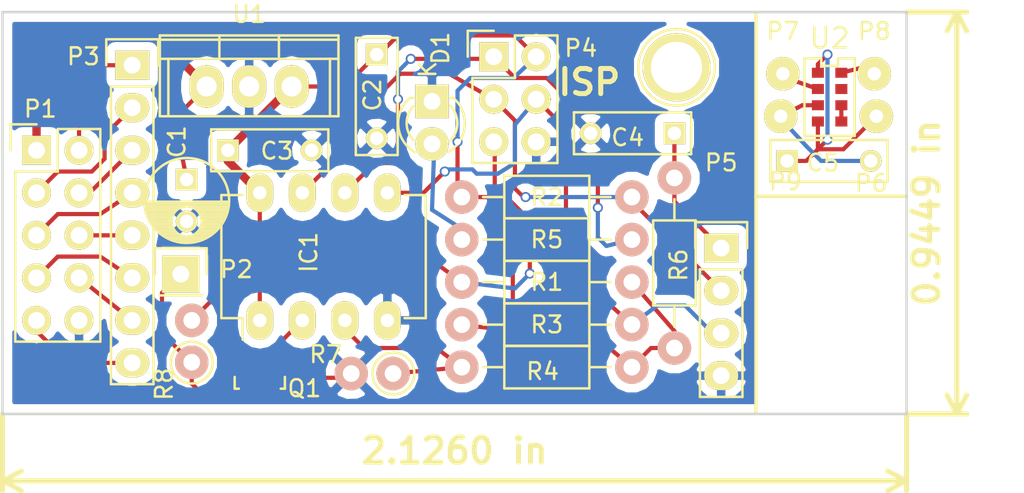
<source format=kicad_pcb>
(kicad_pcb (version 4) (host pcbnew 4.0.1-stable)

  (general
    (links 57)
    (no_connects 0)
    (area 162.531667 114.647 230.608 146.908)
    (thickness 1.5)
    (drawings 11)
    (tracks 171)
    (zones 0)
    (modules 28)
    (nets 27)
  )

  (page A4)
  (layers
    (0 F.Cu mixed)
    (31 B.Cu mixed)
    (35 F.Paste user)
    (37 F.SilkS user)
    (38 B.Mask user)
    (39 F.Mask user)
    (40 Dwgs.User user)
    (41 Cmts.User user)
    (42 Eco1.User user)
    (43 Eco2.User user)
    (44 Edge.Cuts user)
    (45 Margin user)
  )

  (setup
    (last_trace_width 0.25)
    (user_trace_width 0.25)
    (user_trace_width 0.5)
    (trace_clearance 0.2)
    (zone_clearance 0.508)
    (zone_45_only yes)
    (trace_min 0.2)
    (segment_width 0.2)
    (edge_width 0.15)
    (via_size 0.6)
    (via_drill 0.4)
    (via_min_size 0.4)
    (via_min_drill 0.3)
    (uvia_size 0.3)
    (uvia_drill 0.1)
    (uvias_allowed no)
    (uvia_min_size 0.2)
    (uvia_min_drill 0.1)
    (pcb_text_width 0.3)
    (pcb_text_size 1.5 1.5)
    (mod_edge_width 0.15)
    (mod_text_size 1 1)
    (mod_text_width 0.15)
    (pad_size 2.032 2.54)
    (pad_drill 1.2)
    (pad_to_mask_clearance 0.2)
    (pad_to_paste_clearance -0.1)
    (aux_axis_origin 165.608 140.208)
    (grid_origin 165.608 140.208)
    (visible_elements FFFFFF7F)
    (pcbplotparams
      (layerselection 0x00008_00000000)
      (usegerberextensions false)
      (excludeedgelayer false)
      (linewidth 0.100000)
      (plotframeref false)
      (viasonmask false)
      (mode 1)
      (useauxorigin true)
      (hpglpennumber 1)
      (hpglpenspeed 20)
      (hpglpendiameter 15)
      (hpglpenoverlay 2)
      (psnegative false)
      (psa4output false)
      (plotreference true)
      (plotvalue false)
      (plotinvisibletext false)
      (padsonsilk false)
      (subtractmaskfromsilk false)
      (outputformat 1)
      (mirror false)
      (drillshape 0)
      (scaleselection 1)
      (outputdirectory gerber/))
  )

  (net 0 "")
  (net 1 "Net-(C1-Pad1)")
  (net 2 GND)
  (net 3 "Net-(C2-Pad1)")
  (net 4 "Net-(C4-Pad1)")
  (net 5 "Net-(D1-Pad2)")
  (net 6 /~RESET)
  (net 7 /OUT)
  (net 8 /ADJ)
  (net 9 /SDA)
  (net 10 /MISO)
  (net 11 /SCL)
  (net 12 "Net-(P1-Pad2)")
  (net 13 "Net-(P1-Pad3)")
  (net 14 "Net-(P1-Pad4)")
  (net 15 "Net-(P1-Pad5)")
  (net 16 "Net-(P1-Pad6)")
  (net 17 "Net-(P1-Pad7)")
  (net 18 "Net-(P1-Pad8)")
  (net 19 "Net-(P1-Pad9)")
  (net 20 "Net-(P2-Pad1)")
  (net 21 "Net-(U2-Pad7)")
  (net 22 "Net-(U2-Pad5)")
  (net 23 "Net-(C5-Pad1)")
  (net 24 "Net-(C5-Pad2)")
  (net 25 "Net-(P7-Pad1)")
  (net 26 "Net-(P8-Pad1)")

  (net_class Default "This is the default net class."
    (clearance 0.2)
    (trace_width 0.25)
    (via_dia 0.6)
    (via_drill 0.4)
    (uvia_dia 0.3)
    (uvia_drill 0.1)
    (add_net /ADJ)
    (add_net /MISO)
    (add_net /OUT)
    (add_net /SCL)
    (add_net /SDA)
    (add_net /~RESET)
    (add_net GND)
    (add_net "Net-(C1-Pad1)")
    (add_net "Net-(C2-Pad1)")
    (add_net "Net-(C4-Pad1)")
    (add_net "Net-(C5-Pad1)")
    (add_net "Net-(C5-Pad2)")
    (add_net "Net-(D1-Pad2)")
    (add_net "Net-(P1-Pad2)")
    (add_net "Net-(P1-Pad3)")
    (add_net "Net-(P1-Pad4)")
    (add_net "Net-(P1-Pad5)")
    (add_net "Net-(P1-Pad6)")
    (add_net "Net-(P1-Pad7)")
    (add_net "Net-(P1-Pad8)")
    (add_net "Net-(P1-Pad9)")
    (add_net "Net-(P2-Pad1)")
    (add_net "Net-(P7-Pad1)")
    (add_net "Net-(P8-Pad1)")
    (add_net "Net-(U2-Pad5)")
    (add_net "Net-(U2-Pad7)")
  )

  (net_class Power ""
    (clearance 0.2)
    (trace_width 0.5)
    (via_dia 0.8)
    (via_drill 0.4)
    (uvia_dia 0.3)
    (uvia_drill 0.1)
  )

  (module Connect:1pin (layer F.Cu) (tedit 56ADFC64) (tstamp 56927FB8)
    (at 205.867 119.507)
    (descr "module 1 pin (ou trou mecanique de percage)")
    (tags DEV)
    (fp_text reference REF** (at 0 -3.048) (layer F.SilkS) hide
      (effects (font (size 1 1) (thickness 0.15)))
    )
    (fp_text value 1pin (at 0 2.794) (layer F.Fab)
      (effects (font (size 1 1) (thickness 0.15)))
    )
    (fp_circle (center 0 0) (end 0 -2.286) (layer F.SilkS) (width 0.15))
    (pad 1 thru_hole circle (at 0 0) (size 4.064 4.064) (drill 3.048) (layers *.Cu *.Mask F.SilkS))
  )

  (module Resistors_ThroughHole:Resistor_Vertical_RM2.5mm (layer F.Cu) (tedit 56ADFC9A) (tstamp 56927B29)
    (at 176.911 134.62 90)
    (descr "Resistor, Vertical, RM 5mm, 1/3W,")
    (tags "Resistor, Vertical, RM 5mm, 1/3W,")
    (path /56927C18)
    (fp_text reference R8 (at -3.81 -1.651 90) (layer F.SilkS)
      (effects (font (size 1 1) (thickness 0.15)))
    )
    (fp_text value 10k (at 0 4.50088 90) (layer F.Fab)
      (effects (font (size 1 1) (thickness 0.15)))
    )
    (fp_circle (center -2.52 0) (end -1.27 0) (layer F.SilkS) (width 0.15))
    (pad 1 thru_hole circle (at -2.49936 0 90) (size 1.99898 1.99898) (drill 1) (layers *.Cu *.SilkS *.Mask)
      (net 20 "Net-(P2-Pad1)"))
    (pad 2 thru_hole circle (at 0 0 90) (size 1.99898 1.99898) (drill 1) (layers *.Cu *.SilkS *.Mask)
      (net 3 "Net-(C2-Pad1)"))
  )

  (module Resistors_ThroughHole:Resistor_Vertical_RM2.5mm (layer F.Cu) (tedit 56ADFCAB) (tstamp 56891A62)
    (at 186.436 137.795 180)
    (descr "Resistor, Vertical, RM 5mm, 1/3W,")
    (tags "Resistor, Vertical, RM 5mm, 1/3W,")
    (path /568921B1)
    (fp_text reference R7 (at 1.524 1.143 180) (layer F.SilkS)
      (effects (font (size 1 1) (thickness 0.15)))
    )
    (fp_text value Adjust (at 0 4.50088 180) (layer F.Fab)
      (effects (font (size 1 1) (thickness 0.15)))
    )
    (fp_circle (center -2.52 0) (end -1.27 0) (layer F.SilkS) (width 0.15))
    (pad 1 thru_hole circle (at -2.49936 0 180) (size 1.99898 1.99898) (drill 1) (layers *.Cu *.SilkS *.Mask)
      (net 8 /ADJ))
    (pad 2 thru_hole circle (at 0 0 180) (size 1.99898 1.99898) (drill 1) (layers *.Cu *.SilkS *.Mask)
      (net 2 GND))
  )

  (module Capacitors_ThroughHole:C_Radial_D5_L11_P2.5 (layer F.Cu) (tedit 56ADFCED) (tstamp 5689177C)
    (at 176.608 126.208 270)
    (descr "Radial Electrolytic Capacitor Diameter 5mm x Length 11mm, Pitch 2.5mm")
    (tags "Electrolytic Capacitor")
    (path /56898138)
    (fp_text reference C1 (at -2.256 0.586 270) (layer F.SilkS)
      (effects (font (size 1 1) (thickness 0.15)))
    )
    (fp_text value 10u (at 1.25 3.8 270) (layer F.Fab)
      (effects (font (size 1 1) (thickness 0.15)))
    )
    (fp_line (start 1.325 -2.499) (end 1.325 2.499) (layer F.SilkS) (width 0.15))
    (fp_line (start 1.465 -2.491) (end 1.465 2.491) (layer F.SilkS) (width 0.15))
    (fp_line (start 1.605 -2.475) (end 1.605 -0.095) (layer F.SilkS) (width 0.15))
    (fp_line (start 1.605 0.095) (end 1.605 2.475) (layer F.SilkS) (width 0.15))
    (fp_line (start 1.745 -2.451) (end 1.745 -0.49) (layer F.SilkS) (width 0.15))
    (fp_line (start 1.745 0.49) (end 1.745 2.451) (layer F.SilkS) (width 0.15))
    (fp_line (start 1.885 -2.418) (end 1.885 -0.657) (layer F.SilkS) (width 0.15))
    (fp_line (start 1.885 0.657) (end 1.885 2.418) (layer F.SilkS) (width 0.15))
    (fp_line (start 2.025 -2.377) (end 2.025 -0.764) (layer F.SilkS) (width 0.15))
    (fp_line (start 2.025 0.764) (end 2.025 2.377) (layer F.SilkS) (width 0.15))
    (fp_line (start 2.165 -2.327) (end 2.165 -0.835) (layer F.SilkS) (width 0.15))
    (fp_line (start 2.165 0.835) (end 2.165 2.327) (layer F.SilkS) (width 0.15))
    (fp_line (start 2.305 -2.266) (end 2.305 -0.879) (layer F.SilkS) (width 0.15))
    (fp_line (start 2.305 0.879) (end 2.305 2.266) (layer F.SilkS) (width 0.15))
    (fp_line (start 2.445 -2.196) (end 2.445 -0.898) (layer F.SilkS) (width 0.15))
    (fp_line (start 2.445 0.898) (end 2.445 2.196) (layer F.SilkS) (width 0.15))
    (fp_line (start 2.585 -2.114) (end 2.585 -0.896) (layer F.SilkS) (width 0.15))
    (fp_line (start 2.585 0.896) (end 2.585 2.114) (layer F.SilkS) (width 0.15))
    (fp_line (start 2.725 -2.019) (end 2.725 -0.871) (layer F.SilkS) (width 0.15))
    (fp_line (start 2.725 0.871) (end 2.725 2.019) (layer F.SilkS) (width 0.15))
    (fp_line (start 2.865 -1.908) (end 2.865 -0.823) (layer F.SilkS) (width 0.15))
    (fp_line (start 2.865 0.823) (end 2.865 1.908) (layer F.SilkS) (width 0.15))
    (fp_line (start 3.005 -1.78) (end 3.005 -0.745) (layer F.SilkS) (width 0.15))
    (fp_line (start 3.005 0.745) (end 3.005 1.78) (layer F.SilkS) (width 0.15))
    (fp_line (start 3.145 -1.631) (end 3.145 -0.628) (layer F.SilkS) (width 0.15))
    (fp_line (start 3.145 0.628) (end 3.145 1.631) (layer F.SilkS) (width 0.15))
    (fp_line (start 3.285 -1.452) (end 3.285 -0.44) (layer F.SilkS) (width 0.15))
    (fp_line (start 3.285 0.44) (end 3.285 1.452) (layer F.SilkS) (width 0.15))
    (fp_line (start 3.425 -1.233) (end 3.425 1.233) (layer F.SilkS) (width 0.15))
    (fp_line (start 3.565 -0.944) (end 3.565 0.944) (layer F.SilkS) (width 0.15))
    (fp_line (start 3.705 -0.472) (end 3.705 0.472) (layer F.SilkS) (width 0.15))
    (fp_circle (center 2.5 0) (end 2.5 -0.9) (layer F.SilkS) (width 0.15))
    (fp_circle (center 1.25 0) (end 1.25 -2.5375) (layer F.SilkS) (width 0.15))
    (fp_circle (center 1.25 0) (end 1.25 -2.8) (layer F.CrtYd) (width 0.05))
    (pad 1 thru_hole rect (at 0 0 270) (size 1.3 1.3) (drill 0.8) (layers *.Cu *.Mask F.SilkS)
      (net 1 "Net-(C1-Pad1)"))
    (pad 2 thru_hole circle (at 2.5 0 270) (size 1.3 1.3) (drill 0.8) (layers *.Cu *.Mask F.SilkS)
      (net 2 GND))
    (model Capacitors_ThroughHole.3dshapes/C_Radial_D5_L11_P2.5.wrl
      (at (xyz 0.049213 0 0))
      (scale (xyz 1 1 1))
      (rotate (xyz 0 0 90))
    )
  )

  (module Wire_Pads:SolderWirePad_single_0-8mmDrill (layer F.Cu) (tedit 56ADFE0C) (tstamp 56893B83)
    (at 212.09 122.428)
    (path /568947FB)
    (fp_text reference P9 (at 0.284 3.889) (layer F.SilkS)
      (effects (font (size 1 1) (thickness 0.15)))
    )
    (fp_text value GND (at 0 2.54) (layer F.Fab)
      (effects (font (size 1 1) (thickness 0.15)))
    )
    (pad 1 thru_hole circle (at 0 0) (size 1.99898 1.99898) (drill 0.8) (layers *.Cu *.Mask F.SilkS)
      (net 24 "Net-(C5-Pad2)"))
  )

  (module Wire_Pads:SolderWirePad_single_0-8mmDrill (layer F.Cu) (tedit 56ADFE02) (tstamp 56893B7E)
    (at 217.678 119.888)
    (path /56894747)
    (fp_text reference P8 (at 0 -2.54) (layer F.SilkS)
      (effects (font (size 1 1) (thickness 0.15)))
    )
    (fp_text value SDA (at 0 2.54) (layer F.Fab)
      (effects (font (size 1 1) (thickness 0.15)))
    )
    (pad 1 thru_hole circle (at 0 0) (size 1.99898 1.99898) (drill 0.8) (layers *.Cu *.Mask F.SilkS)
      (net 26 "Net-(P8-Pad1)"))
  )

  (module Wire_Pads:SolderWirePad_single_0-8mmDrill (layer F.Cu) (tedit 56ADFE13) (tstamp 56893B79)
    (at 212.217 119.888)
    (path /56894579)
    (fp_text reference P7 (at 0 -2.54) (layer F.SilkS)
      (effects (font (size 1 1) (thickness 0.15)))
    )
    (fp_text value SCL (at 0 2.54) (layer F.Fab)
      (effects (font (size 1 1) (thickness 0.15)))
    )
    (pad 1 thru_hole circle (at 0 0) (size 1.99898 1.99898) (drill 0.8) (layers *.Cu *.Mask F.SilkS)
      (net 25 "Net-(P7-Pad1)"))
  )

  (module Wire_Pads:SolderWirePad_single_0-8mmDrill (layer F.Cu) (tedit 56ADFE07) (tstamp 56893B74)
    (at 217.805 122.428)
    (path /5689479F)
    (fp_text reference P6 (at -0.31 3.993) (layer F.SilkS)
      (effects (font (size 1 1) (thickness 0.15)))
    )
    (fp_text value PWR (at 0 2.54) (layer F.Fab)
      (effects (font (size 1 1) (thickness 0.15)))
    )
    (pad 1 thru_hole circle (at 0 0) (size 1.99898 1.99898) (drill 0.8) (layers *.Cu *.Mask F.SilkS)
      (net 23 "Net-(C5-Pad1)"))
  )

  (module Resistors_ThroughHole:Resistor_Horizontal_RM10mm (layer F.Cu) (tedit 56ADFCD1) (tstamp 56891800)
    (at 205.74 131.191 270)
    (descr "Resistor, Axial,  RM 10mm, 1/3W,")
    (tags "Resistor, Axial, RM 10mm, 1/3W,")
    (path /56891060)
    (fp_text reference R6 (at 0.127 -0.254 270) (layer F.SilkS)
      (effects (font (size 1 1) (thickness 0.15)))
    )
    (fp_text value 22 (at 3.81 3.81 270) (layer F.Fab)
      (effects (font (size 1 1) (thickness 0.15)))
    )
    (fp_line (start -2.54 -1.27) (end 2.54 -1.27) (layer F.SilkS) (width 0.15))
    (fp_line (start 2.54 -1.27) (end 2.54 1.27) (layer F.SilkS) (width 0.15))
    (fp_line (start 2.54 1.27) (end -2.54 1.27) (layer F.SilkS) (width 0.15))
    (fp_line (start -2.54 1.27) (end -2.54 -1.27) (layer F.SilkS) (width 0.15))
    (fp_line (start -2.54 0) (end -3.81 0) (layer F.SilkS) (width 0.15))
    (fp_line (start 2.54 0) (end 3.81 0) (layer F.SilkS) (width 0.15))
    (pad 1 thru_hole circle (at -5.08 0 270) (size 1.99898 1.99898) (drill 1) (layers *.Cu *.SilkS *.Mask)
      (net 4 "Net-(C4-Pad1)"))
    (pad 2 thru_hole circle (at 5.08 0 270) (size 1.99898 1.99898) (drill 1) (layers *.Cu *.SilkS *.Mask)
      (net 3 "Net-(C2-Pad1)"))
    (model Resistors_ThroughHole.3dshapes/Resistor_Horizontal_RM10mm.wrl
      (at (xyz 0 0 0))
      (scale (xyz 0.4 0.4 0.4))
      (rotate (xyz 0 0 0))
    )
  )

  (module Resistors_ThroughHole:Resistor_Horizontal_RM10mm (layer F.Cu) (tedit 56ADFCB8) (tstamp 568917FA)
    (at 198.12 129.794 180)
    (descr "Resistor, Axial,  RM 10mm, 1/3W,")
    (tags "Resistor, Axial, RM 10mm, 1/3W,")
    (path /568910EC)
    (fp_text reference R5 (at 0 0 180) (layer F.SilkS)
      (effects (font (size 1 1) (thickness 0.15)))
    )
    (fp_text value 1k (at 3.81 3.81 180) (layer F.Fab)
      (effects (font (size 1 1) (thickness 0.15)))
    )
    (fp_line (start -2.54 -1.27) (end 2.54 -1.27) (layer F.SilkS) (width 0.15))
    (fp_line (start 2.54 -1.27) (end 2.54 1.27) (layer F.SilkS) (width 0.15))
    (fp_line (start 2.54 1.27) (end -2.54 1.27) (layer F.SilkS) (width 0.15))
    (fp_line (start -2.54 1.27) (end -2.54 -1.27) (layer F.SilkS) (width 0.15))
    (fp_line (start -2.54 0) (end -3.81 0) (layer F.SilkS) (width 0.15))
    (fp_line (start 2.54 0) (end 3.81 0) (layer F.SilkS) (width 0.15))
    (pad 1 thru_hole circle (at -5.08 0 180) (size 1.99898 1.99898) (drill 1) (layers *.Cu *.SilkS *.Mask)
      (net 10 /MISO))
    (pad 2 thru_hole circle (at 5.08 0 180) (size 1.99898 1.99898) (drill 1) (layers *.Cu *.SilkS *.Mask)
      (net 5 "Net-(D1-Pad2)"))
    (model Resistors_ThroughHole.3dshapes/Resistor_Horizontal_RM10mm.wrl
      (at (xyz 0 0 0))
      (scale (xyz 0.4 0.4 0.4))
      (rotate (xyz 0 0 0))
    )
  )

  (module Resistors_ThroughHole:Resistor_Horizontal_RM10mm (layer F.Cu) (tedit 56ADFCB1) (tstamp 568917F4)
    (at 198.12 137.414 180)
    (descr "Resistor, Axial,  RM 10mm, 1/3W,")
    (tags "Resistor, Axial, RM 10mm, 1/3W,")
    (path /56893B10)
    (fp_text reference R4 (at 0.254 -0.254 180) (layer F.SilkS)
      (effects (font (size 1 1) (thickness 0.15)))
    )
    (fp_text value 10k (at 3.81 3.81 180) (layer F.Fab)
      (effects (font (size 1 1) (thickness 0.15)))
    )
    (fp_line (start -2.54 -1.27) (end 2.54 -1.27) (layer F.SilkS) (width 0.15))
    (fp_line (start 2.54 -1.27) (end 2.54 1.27) (layer F.SilkS) (width 0.15))
    (fp_line (start 2.54 1.27) (end -2.54 1.27) (layer F.SilkS) (width 0.15))
    (fp_line (start -2.54 1.27) (end -2.54 -1.27) (layer F.SilkS) (width 0.15))
    (fp_line (start -2.54 0) (end -3.81 0) (layer F.SilkS) (width 0.15))
    (fp_line (start 2.54 0) (end 3.81 0) (layer F.SilkS) (width 0.15))
    (pad 1 thru_hole circle (at -5.08 0 180) (size 1.99898 1.99898) (drill 1) (layers *.Cu *.SilkS *.Mask)
      (net 3 "Net-(C2-Pad1)"))
    (pad 2 thru_hole circle (at 5.08 0 180) (size 1.99898 1.99898) (drill 1) (layers *.Cu *.SilkS *.Mask)
      (net 8 /ADJ))
    (model Resistors_ThroughHole.3dshapes/Resistor_Horizontal_RM10mm.wrl
      (at (xyz 0 0 0))
      (scale (xyz 0.4 0.4 0.4))
      (rotate (xyz 0 0 0))
    )
  )

  (module Resistors_ThroughHole:Resistor_Horizontal_RM10mm (layer F.Cu) (tedit 56ADFCC0) (tstamp 568917EE)
    (at 198.12 134.874)
    (descr "Resistor, Axial,  RM 10mm, 1/3W,")
    (tags "Resistor, Axial, RM 10mm, 1/3W,")
    (path /56892D78)
    (fp_text reference R3 (at 0 0) (layer F.SilkS)
      (effects (font (size 1 1) (thickness 0.15)))
    )
    (fp_text value 10k (at 3.81 3.81) (layer F.Fab)
      (effects (font (size 1 1) (thickness 0.15)))
    )
    (fp_line (start -2.54 -1.27) (end 2.54 -1.27) (layer F.SilkS) (width 0.15))
    (fp_line (start 2.54 -1.27) (end 2.54 1.27) (layer F.SilkS) (width 0.15))
    (fp_line (start 2.54 1.27) (end -2.54 1.27) (layer F.SilkS) (width 0.15))
    (fp_line (start -2.54 1.27) (end -2.54 -1.27) (layer F.SilkS) (width 0.15))
    (fp_line (start -2.54 0) (end -3.81 0) (layer F.SilkS) (width 0.15))
    (fp_line (start 2.54 0) (end 3.81 0) (layer F.SilkS) (width 0.15))
    (pad 1 thru_hole circle (at -5.08 0) (size 1.99898 1.99898) (drill 1) (layers *.Cu *.SilkS *.Mask)
      (net 3 "Net-(C2-Pad1)"))
    (pad 2 thru_hole circle (at 5.08 0) (size 1.99898 1.99898) (drill 1) (layers *.Cu *.SilkS *.Mask)
      (net 9 /SDA))
    (model Resistors_ThroughHole.3dshapes/Resistor_Horizontal_RM10mm.wrl
      (at (xyz 0 0 0))
      (scale (xyz 0.4 0.4 0.4))
      (rotate (xyz 0 0 0))
    )
  )

  (module Resistors_ThroughHole:Resistor_Horizontal_RM10mm (layer F.Cu) (tedit 56ADFCC4) (tstamp 568917E8)
    (at 198.12 127.254)
    (descr "Resistor, Axial,  RM 10mm, 1/3W,")
    (tags "Resistor, Axial, RM 10mm, 1/3W,")
    (path /56892DC9)
    (fp_text reference R2 (at 0 0) (layer F.SilkS)
      (effects (font (size 1 1) (thickness 0.15)))
    )
    (fp_text value 10k (at 3.81 3.81) (layer F.Fab)
      (effects (font (size 1 1) (thickness 0.15)))
    )
    (fp_line (start -2.54 -1.27) (end 2.54 -1.27) (layer F.SilkS) (width 0.15))
    (fp_line (start 2.54 -1.27) (end 2.54 1.27) (layer F.SilkS) (width 0.15))
    (fp_line (start 2.54 1.27) (end -2.54 1.27) (layer F.SilkS) (width 0.15))
    (fp_line (start -2.54 1.27) (end -2.54 -1.27) (layer F.SilkS) (width 0.15))
    (fp_line (start -2.54 0) (end -3.81 0) (layer F.SilkS) (width 0.15))
    (fp_line (start 2.54 0) (end 3.81 0) (layer F.SilkS) (width 0.15))
    (pad 1 thru_hole circle (at -5.08 0) (size 1.99898 1.99898) (drill 1) (layers *.Cu *.SilkS *.Mask)
      (net 3 "Net-(C2-Pad1)"))
    (pad 2 thru_hole circle (at 5.08 0) (size 1.99898 1.99898) (drill 1) (layers *.Cu *.SilkS *.Mask)
      (net 11 /SCL))
    (model Resistors_ThroughHole.3dshapes/Resistor_Horizontal_RM10mm.wrl
      (at (xyz 0 0 0))
      (scale (xyz 0.4 0.4 0.4))
      (rotate (xyz 0 0 0))
    )
  )

  (module Resistors_ThroughHole:Resistor_Horizontal_RM10mm (layer F.Cu) (tedit 56ADFCBE) (tstamp 568917E2)
    (at 198.12 132.334 180)
    (descr "Resistor, Axial,  RM 10mm, 1/3W,")
    (tags "Resistor, Axial, RM 10mm, 1/3W,")
    (path /56892E08)
    (fp_text reference R1 (at 0 0 180) (layer F.SilkS)
      (effects (font (size 1 1) (thickness 0.15)))
    )
    (fp_text value 10k (at 3.81 3.81 180) (layer F.Fab)
      (effects (font (size 1 1) (thickness 0.15)))
    )
    (fp_line (start -2.54 -1.27) (end 2.54 -1.27) (layer F.SilkS) (width 0.15))
    (fp_line (start 2.54 -1.27) (end 2.54 1.27) (layer F.SilkS) (width 0.15))
    (fp_line (start 2.54 1.27) (end -2.54 1.27) (layer F.SilkS) (width 0.15))
    (fp_line (start -2.54 1.27) (end -2.54 -1.27) (layer F.SilkS) (width 0.15))
    (fp_line (start -2.54 0) (end -3.81 0) (layer F.SilkS) (width 0.15))
    (fp_line (start 2.54 0) (end 3.81 0) (layer F.SilkS) (width 0.15))
    (pad 1 thru_hole circle (at -5.08 0 180) (size 1.99898 1.99898) (drill 1) (layers *.Cu *.SilkS *.Mask)
      (net 3 "Net-(C2-Pad1)"))
    (pad 2 thru_hole circle (at 5.08 0 180) (size 1.99898 1.99898) (drill 1) (layers *.Cu *.SilkS *.Mask)
      (net 6 /~RESET))
    (model Resistors_ThroughHole.3dshapes/Resistor_Horizontal_RM10mm.wrl
      (at (xyz 0 0 0))
      (scale (xyz 0.4 0.4 0.4))
      (rotate (xyz 0 0 0))
    )
  )

  (module TO_SOT_Packages_SMD:SOT-23 (layer F.Cu) (tedit 56ADFCAD) (tstamp 568917DC)
    (at 180.975 138.049 180)
    (descr "SOT-23, Standard")
    (tags SOT-23)
    (path /56892545)
    (attr smd)
    (fp_text reference Q1 (at -2.667 -0.635 180) (layer F.SilkS)
      (effects (font (size 1 1) (thickness 0.15)))
    )
    (fp_text value BSS138 (at 0 2.3 180) (layer F.Fab)
      (effects (font (size 1 1) (thickness 0.15)))
    )
    (fp_line (start -1.65 -1.6) (end 1.65 -1.6) (layer F.CrtYd) (width 0.05))
    (fp_line (start 1.65 -1.6) (end 1.65 1.6) (layer F.CrtYd) (width 0.05))
    (fp_line (start 1.65 1.6) (end -1.65 1.6) (layer F.CrtYd) (width 0.05))
    (fp_line (start -1.65 1.6) (end -1.65 -1.6) (layer F.CrtYd) (width 0.05))
    (fp_line (start 1.29916 -0.65024) (end 1.2509 -0.65024) (layer F.SilkS) (width 0.15))
    (fp_line (start -1.49982 0.0508) (end -1.49982 -0.65024) (layer F.SilkS) (width 0.15))
    (fp_line (start -1.49982 -0.65024) (end -1.2509 -0.65024) (layer F.SilkS) (width 0.15))
    (fp_line (start 1.29916 -0.65024) (end 1.49982 -0.65024) (layer F.SilkS) (width 0.15))
    (fp_line (start 1.49982 -0.65024) (end 1.49982 0.0508) (layer F.SilkS) (width 0.15))
    (pad 1 smd rect (at -0.95 1.00076 180) (size 0.8001 0.8001) (layers F.Cu F.Mask)
      (net 7 /OUT))
    (pad 2 smd rect (at 0.95 1.00076 180) (size 0.8001 0.8001) (layers F.Cu F.Mask)
      (net 2 GND))
    (pad 3 smd rect (at 0 -0.99822 180) (size 0.8001 0.8001) (layers F.Cu F.Mask)
      (net 20 "Net-(P2-Pad1)"))
    (model TO_SOT_Packages_SMD.3dshapes/SOT-23.wrl
      (at (xyz 0 0 0))
      (scale (xyz 1 1 1))
      (rotate (xyz 0 0 0))
    )
  )

  (module Pin_Headers:Pin_Header_Straight_2x03 (layer F.Cu) (tedit 56ADFCD5) (tstamp 568917CF)
    (at 194.945 118.872)
    (descr "Through hole pin header")
    (tags "pin header")
    (path /56893090)
    (fp_text reference P4 (at 5.207 -0.508) (layer F.SilkS)
      (effects (font (size 1 1) (thickness 0.15)))
    )
    (fp_text value ISP (at 0 -3.1) (layer F.Fab)
      (effects (font (size 1 1) (thickness 0.15)))
    )
    (fp_line (start -1.27 1.27) (end -1.27 6.35) (layer F.SilkS) (width 0.15))
    (fp_line (start -1.55 -1.55) (end 0 -1.55) (layer F.SilkS) (width 0.15))
    (fp_line (start -1.75 -1.75) (end -1.75 6.85) (layer F.CrtYd) (width 0.05))
    (fp_line (start 4.3 -1.75) (end 4.3 6.85) (layer F.CrtYd) (width 0.05))
    (fp_line (start -1.75 -1.75) (end 4.3 -1.75) (layer F.CrtYd) (width 0.05))
    (fp_line (start -1.75 6.85) (end 4.3 6.85) (layer F.CrtYd) (width 0.05))
    (fp_line (start 1.27 -1.27) (end 1.27 1.27) (layer F.SilkS) (width 0.15))
    (fp_line (start 1.27 1.27) (end -1.27 1.27) (layer F.SilkS) (width 0.15))
    (fp_line (start -1.27 6.35) (end 3.81 6.35) (layer F.SilkS) (width 0.15))
    (fp_line (start 3.81 6.35) (end 3.81 1.27) (layer F.SilkS) (width 0.15))
    (fp_line (start -1.55 -1.55) (end -1.55 0) (layer F.SilkS) (width 0.15))
    (fp_line (start 3.81 -1.27) (end 1.27 -1.27) (layer F.SilkS) (width 0.15))
    (fp_line (start 3.81 1.27) (end 3.81 -1.27) (layer F.SilkS) (width 0.15))
    (pad 1 thru_hole rect (at 0 0) (size 1.7272 1.7272) (drill 1) (layers *.Cu *.Mask F.SilkS)
      (net 10 /MISO))
    (pad 2 thru_hole oval (at 2.54 0) (size 1.7272 1.7272) (drill 1) (layers *.Cu *.Mask F.SilkS)
      (net 3 "Net-(C2-Pad1)"))
    (pad 3 thru_hole oval (at 0 2.54) (size 1.7272 1.7272) (drill 1) (layers *.Cu *.Mask F.SilkS)
      (net 11 /SCL))
    (pad 4 thru_hole oval (at 2.54 2.54) (size 1.7272 1.7272) (drill 1) (layers *.Cu *.Mask F.SilkS)
      (net 9 /SDA))
    (pad 5 thru_hole oval (at 0 5.08) (size 1.7272 1.7272) (drill 1) (layers *.Cu *.Mask F.SilkS)
      (net 6 /~RESET))
    (pad 6 thru_hole oval (at 2.54 5.08) (size 1.7272 1.7272) (drill 1) (layers *.Cu *.Mask F.SilkS)
      (net 2 GND))
    (model Pin_Headers.3dshapes/Pin_Header_Straight_2x03.wrl
      (at (xyz 0.05 -0.1 0))
      (scale (xyz 1 1 1))
      (rotate (xyz 0 0 90))
    )
  )

  (module Pin_Headers:Pin_Header_Straight_1x08 (layer F.Cu) (tedit 56ADFC6F) (tstamp 568917C5)
    (at 173.355 119.38)
    (descr "Through hole pin header")
    (tags "pin header")
    (path /56894DA2)
    (fp_text reference P3 (at -2.917 -0.522) (layer F.SilkS)
      (effects (font (size 1 1) (thickness 0.15)))
    )
    (fp_text value CONN_01X08 (at 0 -3.1) (layer F.Fab)
      (effects (font (size 1 1) (thickness 0.15)))
    )
    (fp_line (start -1.75 -1.75) (end -1.75 19.55) (layer F.CrtYd) (width 0.05))
    (fp_line (start 1.75 -1.75) (end 1.75 19.55) (layer F.CrtYd) (width 0.05))
    (fp_line (start -1.75 -1.75) (end 1.75 -1.75) (layer F.CrtYd) (width 0.05))
    (fp_line (start -1.75 19.55) (end 1.75 19.55) (layer F.CrtYd) (width 0.05))
    (fp_line (start 1.27 1.27) (end 1.27 19.05) (layer F.SilkS) (width 0.15))
    (fp_line (start 1.27 19.05) (end -1.27 19.05) (layer F.SilkS) (width 0.15))
    (fp_line (start -1.27 19.05) (end -1.27 1.27) (layer F.SilkS) (width 0.15))
    (fp_line (start 1.55 -1.55) (end 1.55 0) (layer F.SilkS) (width 0.15))
    (fp_line (start 1.27 1.27) (end -1.27 1.27) (layer F.SilkS) (width 0.15))
    (fp_line (start -1.55 0) (end -1.55 -1.55) (layer F.SilkS) (width 0.15))
    (fp_line (start -1.55 -1.55) (end 1.55 -1.55) (layer F.SilkS) (width 0.15))
    (pad 1 thru_hole rect (at 0 0) (size 2.032 1.7272) (drill 1) (layers *.Cu *.Mask F.SilkS)
      (net 12 "Net-(P1-Pad2)"))
    (pad 2 thru_hole oval (at 0 2.54) (size 2.032 1.7272) (drill 1) (layers *.Cu *.Mask F.SilkS)
      (net 13 "Net-(P1-Pad3)"))
    (pad 3 thru_hole oval (at 0 5.08) (size 2.032 1.7272) (drill 1) (layers *.Cu *.Mask F.SilkS)
      (net 14 "Net-(P1-Pad4)"))
    (pad 4 thru_hole oval (at 0 7.62) (size 2.032 1.7272) (drill 1) (layers *.Cu *.Mask F.SilkS)
      (net 15 "Net-(P1-Pad5)"))
    (pad 5 thru_hole oval (at 0 10.16) (size 2.032 1.7272) (drill 1) (layers *.Cu *.Mask F.SilkS)
      (net 16 "Net-(P1-Pad6)"))
    (pad 6 thru_hole oval (at 0 12.7) (size 2.032 1.7272) (drill 1) (layers *.Cu *.Mask F.SilkS)
      (net 17 "Net-(P1-Pad7)"))
    (pad 7 thru_hole oval (at 0 15.24) (size 2.032 1.7272) (drill 1) (layers *.Cu *.Mask F.SilkS)
      (net 18 "Net-(P1-Pad8)"))
    (pad 8 thru_hole oval (at 0 17.78) (size 2.032 1.7272) (drill 1) (layers *.Cu *.Mask F.SilkS)
      (net 19 "Net-(P1-Pad9)"))
    (model Pin_Headers.3dshapes/Pin_Header_Straight_1x08.wrl
      (at (xyz 0 -0.35 0))
      (scale (xyz 1 1 1))
      (rotate (xyz 0 0 90))
    )
  )

  (module Pin_Headers:Pin_Header_Straight_1x01 (layer F.Cu) (tedit 56ADFC93) (tstamp 568917B9)
    (at 176.258 131.858)
    (descr "Through hole pin header")
    (tags "pin header")
    (path /56894FDD)
    (fp_text reference P2 (at 3.32 -0.286) (layer F.SilkS)
      (effects (font (size 1 1) (thickness 0.15)))
    )
    (fp_text value SIGNAL (at 0 -3.1) (layer F.Fab)
      (effects (font (size 1 1) (thickness 0.15)))
    )
    (fp_line (start 1.55 -1.55) (end 1.55 0) (layer F.SilkS) (width 0.15))
    (fp_line (start -1.75 -1.75) (end -1.75 1.75) (layer F.CrtYd) (width 0.05))
    (fp_line (start 1.75 -1.75) (end 1.75 1.75) (layer F.CrtYd) (width 0.05))
    (fp_line (start -1.75 -1.75) (end 1.75 -1.75) (layer F.CrtYd) (width 0.05))
    (fp_line (start -1.75 1.75) (end 1.75 1.75) (layer F.CrtYd) (width 0.05))
    (fp_line (start -1.55 0) (end -1.55 -1.55) (layer F.SilkS) (width 0.15))
    (fp_line (start -1.55 -1.55) (end 1.55 -1.55) (layer F.SilkS) (width 0.15))
    (fp_line (start -1.27 1.27) (end 1.27 1.27) (layer F.SilkS) (width 0.15))
    (pad 1 thru_hole rect (at 0 0) (size 2.2352 2.2352) (drill 1) (layers *.Cu *.Mask F.SilkS)
      (net 20 "Net-(P2-Pad1)"))
    (model Pin_Headers.3dshapes/Pin_Header_Straight_1x01.wrl
      (at (xyz 0 0 0))
      (scale (xyz 1 1 1))
      (rotate (xyz 0 0 90))
    )
  )

  (module Pin_Headers:Pin_Header_Straight_2x05 (layer F.Cu) (tedit 56ADFC6D) (tstamp 568917B4)
    (at 167.64 124.46)
    (descr "Through hole pin header")
    (tags "pin header")
    (path /56894E04)
    (fp_text reference P1 (at 0.228 -2.472) (layer F.SilkS)
      (effects (font (size 1 1) (thickness 0.15)))
    )
    (fp_text value CONN_02X05 (at 0 -3.1) (layer F.Fab)
      (effects (font (size 1 1) (thickness 0.15)))
    )
    (fp_line (start -1.75 -1.75) (end -1.75 11.95) (layer F.CrtYd) (width 0.05))
    (fp_line (start 4.3 -1.75) (end 4.3 11.95) (layer F.CrtYd) (width 0.05))
    (fp_line (start -1.75 -1.75) (end 4.3 -1.75) (layer F.CrtYd) (width 0.05))
    (fp_line (start -1.75 11.95) (end 4.3 11.95) (layer F.CrtYd) (width 0.05))
    (fp_line (start 3.81 -1.27) (end 3.81 11.43) (layer F.SilkS) (width 0.15))
    (fp_line (start 3.81 11.43) (end -1.27 11.43) (layer F.SilkS) (width 0.15))
    (fp_line (start -1.27 11.43) (end -1.27 1.27) (layer F.SilkS) (width 0.15))
    (fp_line (start 3.81 -1.27) (end 1.27 -1.27) (layer F.SilkS) (width 0.15))
    (fp_line (start 0 -1.55) (end -1.55 -1.55) (layer F.SilkS) (width 0.15))
    (fp_line (start 1.27 -1.27) (end 1.27 1.27) (layer F.SilkS) (width 0.15))
    (fp_line (start 1.27 1.27) (end -1.27 1.27) (layer F.SilkS) (width 0.15))
    (fp_line (start -1.55 -1.55) (end -1.55 0) (layer F.SilkS) (width 0.15))
    (pad 1 thru_hole rect (at 0 0) (size 1.7272 1.7272) (drill 1) (layers *.Cu *.Mask F.SilkS)
      (net 1 "Net-(C1-Pad1)"))
    (pad 2 thru_hole oval (at 2.54 0) (size 1.7272 1.7272) (drill 1) (layers *.Cu *.Mask F.SilkS)
      (net 12 "Net-(P1-Pad2)"))
    (pad 3 thru_hole oval (at 0 2.54) (size 1.7272 1.7272) (drill 1) (layers *.Cu *.Mask F.SilkS)
      (net 13 "Net-(P1-Pad3)"))
    (pad 4 thru_hole oval (at 2.54 2.54) (size 1.7272 1.7272) (drill 1) (layers *.Cu *.Mask F.SilkS)
      (net 14 "Net-(P1-Pad4)"))
    (pad 5 thru_hole oval (at 0 5.08) (size 1.7272 1.7272) (drill 1) (layers *.Cu *.Mask F.SilkS)
      (net 15 "Net-(P1-Pad5)"))
    (pad 6 thru_hole oval (at 2.54 5.08) (size 1.7272 1.7272) (drill 1) (layers *.Cu *.Mask F.SilkS)
      (net 16 "Net-(P1-Pad6)"))
    (pad 7 thru_hole oval (at 0 7.62) (size 1.7272 1.7272) (drill 1) (layers *.Cu *.Mask F.SilkS)
      (net 17 "Net-(P1-Pad7)"))
    (pad 8 thru_hole oval (at 2.54 7.62) (size 1.7272 1.7272) (drill 1) (layers *.Cu *.Mask F.SilkS)
      (net 18 "Net-(P1-Pad8)"))
    (pad 9 thru_hole oval (at 0 10.16) (size 1.7272 1.7272) (drill 1) (layers *.Cu *.Mask F.SilkS)
      (net 19 "Net-(P1-Pad9)"))
    (pad 10 thru_hole oval (at 2.54 10.16) (size 1.7272 1.7272) (drill 1) (layers *.Cu *.Mask F.SilkS)
      (net 2 GND))
    (model Pin_Headers.3dshapes/Pin_Header_Straight_2x05.wrl
      (at (xyz 0.05 -0.2 0))
      (scale (xyz 1 1 1))
      (rotate (xyz 0 0 90))
    )
  )

  (module Housings_DIP:DIP-8_W7.62mm_LongPads (layer F.Cu) (tedit 56ADFC9E) (tstamp 568917A6)
    (at 180.975 134.62 90)
    (descr "8-lead dip package, row spacing 7.62 mm (300 mils), longer pads")
    (tags "dil dip 2.54 300")
    (path /56890288)
    (fp_text reference IC1 (at 4.064 2.921 90) (layer F.SilkS)
      (effects (font (size 1 1) (thickness 0.15)))
    )
    (fp_text value ATTINY45-P (at 0 -3.72 90) (layer F.Fab)
      (effects (font (size 1 1) (thickness 0.15)))
    )
    (fp_line (start -1.4 -2.45) (end -1.4 10.1) (layer F.CrtYd) (width 0.05))
    (fp_line (start 9 -2.45) (end 9 10.1) (layer F.CrtYd) (width 0.05))
    (fp_line (start -1.4 -2.45) (end 9 -2.45) (layer F.CrtYd) (width 0.05))
    (fp_line (start -1.4 10.1) (end 9 10.1) (layer F.CrtYd) (width 0.05))
    (fp_line (start 0.135 -2.295) (end 0.135 -1.025) (layer F.SilkS) (width 0.15))
    (fp_line (start 7.485 -2.295) (end 7.485 -1.025) (layer F.SilkS) (width 0.15))
    (fp_line (start 7.485 9.915) (end 7.485 8.645) (layer F.SilkS) (width 0.15))
    (fp_line (start 0.135 9.915) (end 0.135 8.645) (layer F.SilkS) (width 0.15))
    (fp_line (start 0.135 -2.295) (end 7.485 -2.295) (layer F.SilkS) (width 0.15))
    (fp_line (start 0.135 9.915) (end 7.485 9.915) (layer F.SilkS) (width 0.15))
    (fp_line (start 0.135 -1.025) (end -1.15 -1.025) (layer F.SilkS) (width 0.15))
    (pad 1 thru_hole oval (at 0 0 90) (size 2.3 1.6) (drill 0.8) (layers *.Cu *.Mask F.SilkS)
      (net 6 /~RESET))
    (pad 2 thru_hole oval (at 0 2.54 90) (size 2.3 1.6) (drill 0.8) (layers *.Cu *.Mask F.SilkS)
      (net 7 /OUT))
    (pad 3 thru_hole oval (at 0 5.08 90) (size 2.3 1.6) (drill 0.8) (layers *.Cu *.Mask F.SilkS)
      (net 8 /ADJ))
    (pad 4 thru_hole oval (at 0 7.62 90) (size 2.3 1.6) (drill 0.8) (layers *.Cu *.Mask F.SilkS)
      (net 2 GND))
    (pad 5 thru_hole oval (at 7.62 7.62 90) (size 2.3 1.6) (drill 0.8) (layers *.Cu *.Mask F.SilkS)
      (net 9 /SDA))
    (pad 6 thru_hole oval (at 7.62 5.08 90) (size 2.3 1.6) (drill 0.8) (layers *.Cu *.Mask F.SilkS)
      (net 10 /MISO))
    (pad 7 thru_hole oval (at 7.62 2.54 90) (size 2.3 1.6) (drill 0.8) (layers *.Cu *.Mask F.SilkS)
      (net 11 /SCL))
    (pad 8 thru_hole oval (at 7.62 0 90) (size 2.3 1.6) (drill 0.8) (layers *.Cu *.Mask F.SilkS)
      (net 3 "Net-(C2-Pad1)"))
    (model Housings_DIP.3dshapes/DIP-8_W7.62mm_LongPads.wrl
      (at (xyz 0 0 0))
      (scale (xyz 1 1 1))
      (rotate (xyz 0 0 0))
    )
  )

  (module LEDs:LED-3MM (layer F.Cu) (tedit 56ADFC82) (tstamp 5689179A)
    (at 191.262 121.539 270)
    (descr "LED 3mm round vertical")
    (tags "LED  3mm round vertical")
    (path /56891002)
    (fp_text reference D1 (at -3.175 -0.508 270) (layer F.SilkS)
      (effects (font (size 1 1) (thickness 0.15)))
    )
    (fp_text value Led_Small (at 1.3 -2.9 270) (layer F.Fab)
      (effects (font (size 1 1) (thickness 0.15)))
    )
    (fp_line (start -1.2 2.3) (end 3.8 2.3) (layer F.CrtYd) (width 0.05))
    (fp_line (start 3.8 2.3) (end 3.8 -2.2) (layer F.CrtYd) (width 0.05))
    (fp_line (start 3.8 -2.2) (end -1.2 -2.2) (layer F.CrtYd) (width 0.05))
    (fp_line (start -1.2 -2.2) (end -1.2 2.3) (layer F.CrtYd) (width 0.05))
    (fp_line (start -0.199 1.314) (end -0.199 1.114) (layer F.SilkS) (width 0.15))
    (fp_line (start -0.199 -1.28) (end -0.199 -1.1) (layer F.SilkS) (width 0.15))
    (fp_arc (start 1.301 0.034) (end -0.199 -1.286) (angle 108.5) (layer F.SilkS) (width 0.15))
    (fp_arc (start 1.301 0.034) (end 0.25 -1.1) (angle 85.7) (layer F.SilkS) (width 0.15))
    (fp_arc (start 1.311 0.034) (end 3.051 0.994) (angle 110) (layer F.SilkS) (width 0.15))
    (fp_arc (start 1.301 0.034) (end 2.335 1.094) (angle 87.5) (layer F.SilkS) (width 0.15))
    (fp_text user K (at -1.905 0.254 270) (layer F.SilkS)
      (effects (font (size 1 1) (thickness 0.15)))
    )
    (pad 1 thru_hole rect (at 0 0) (size 2 2) (drill 1) (layers *.Cu *.Mask F.SilkS)
      (net 2 GND))
    (pad 2 thru_hole circle (at 2.54 0 270) (size 2 2) (drill 1) (layers *.Cu *.Mask F.SilkS)
      (net 5 "Net-(D1-Pad2)"))
    (model LEDs.3dshapes/LED-3MM.wrl
      (at (xyz 0.05 0 0))
      (scale (xyz 1 1 1))
      (rotate (xyz 0 0 90))
    )
  )

  (module Capacitors_ThroughHole:C_Rect_L7_W2.5_P5 (layer F.Cu) (tedit 56ADFC46) (tstamp 56891794)
    (at 212.471 125.095)
    (descr "Film Capacitor Length 7mm x Width 2.5mm, Pitch 5mm")
    (tags Capacitor)
    (path /568911B3)
    (fp_text reference C5 (at 2.137 0.113) (layer F.SilkS)
      (effects (font (size 1 1) (thickness 0.15)))
    )
    (fp_text value 1u (at 2.5 2.5) (layer F.Fab)
      (effects (font (size 1 1) (thickness 0.15)))
    )
    (fp_line (start -1.25 -1.5) (end 6.25 -1.5) (layer F.CrtYd) (width 0.05))
    (fp_line (start 6.25 -1.5) (end 6.25 1.5) (layer F.CrtYd) (width 0.05))
    (fp_line (start 6.25 1.5) (end -1.25 1.5) (layer F.CrtYd) (width 0.05))
    (fp_line (start -1.25 1.5) (end -1.25 -1.5) (layer F.CrtYd) (width 0.05))
    (fp_line (start -1 -1.25) (end 6 -1.25) (layer F.SilkS) (width 0.15))
    (fp_line (start 6 -1.25) (end 6 1.25) (layer F.SilkS) (width 0.15))
    (fp_line (start 6 1.25) (end -1 1.25) (layer F.SilkS) (width 0.15))
    (fp_line (start -1 1.25) (end -1 -1.25) (layer F.SilkS) (width 0.15))
    (pad 1 thru_hole rect (at 0 0) (size 1.3 1.3) (drill 0.8) (layers *.Cu *.Mask F.SilkS)
      (net 23 "Net-(C5-Pad1)"))
    (pad 2 thru_hole circle (at 5 0) (size 1.3 1.3) (drill 0.8) (layers *.Cu *.Mask F.SilkS)
      (net 24 "Net-(C5-Pad2)"))
  )

  (module Capacitors_ThroughHole:C_Rect_L7_W2.5_P5 (layer F.Cu) (tedit 56ADFCC7) (tstamp 5689178E)
    (at 205.74 123.444 180)
    (descr "Film Capacitor Length 7mm x Width 2.5mm, Pitch 5mm")
    (tags Capacitor)
    (path /5689121E)
    (fp_text reference C4 (at 2.794 -0.254 180) (layer F.SilkS)
      (effects (font (size 1 1) (thickness 0.15)))
    )
    (fp_text value 1u (at 2.5 2.5 180) (layer F.Fab)
      (effects (font (size 1 1) (thickness 0.15)))
    )
    (fp_line (start -1.25 -1.5) (end 6.25 -1.5) (layer F.CrtYd) (width 0.05))
    (fp_line (start 6.25 -1.5) (end 6.25 1.5) (layer F.CrtYd) (width 0.05))
    (fp_line (start 6.25 1.5) (end -1.25 1.5) (layer F.CrtYd) (width 0.05))
    (fp_line (start -1.25 1.5) (end -1.25 -1.5) (layer F.CrtYd) (width 0.05))
    (fp_line (start -1 -1.25) (end 6 -1.25) (layer F.SilkS) (width 0.15))
    (fp_line (start 6 -1.25) (end 6 1.25) (layer F.SilkS) (width 0.15))
    (fp_line (start 6 1.25) (end -1 1.25) (layer F.SilkS) (width 0.15))
    (fp_line (start -1 1.25) (end -1 -1.25) (layer F.SilkS) (width 0.15))
    (pad 1 thru_hole rect (at 0 0 180) (size 1.3 1.3) (drill 0.8) (layers *.Cu *.Mask F.SilkS)
      (net 4 "Net-(C4-Pad1)"))
    (pad 2 thru_hole circle (at 5 0 180) (size 1.3 1.3) (drill 0.8) (layers *.Cu *.Mask F.SilkS)
      (net 2 GND))
  )

  (module Capacitors_ThroughHole:C_Rect_L7_W2.5_P5 (layer F.Cu) (tedit 56ADFC73) (tstamp 56891788)
    (at 179.07 124.46)
    (descr "Film Capacitor Length 7mm x Width 2.5mm, Pitch 5mm")
    (tags Capacitor)
    (path /5689113A)
    (fp_text reference C3 (at 2.928 0.038) (layer F.SilkS)
      (effects (font (size 1 1) (thickness 0.15)))
    )
    (fp_text value 100n (at 2.5 2.5) (layer F.Fab)
      (effects (font (size 1 1) (thickness 0.15)))
    )
    (fp_line (start -1.25 -1.5) (end 6.25 -1.5) (layer F.CrtYd) (width 0.05))
    (fp_line (start 6.25 -1.5) (end 6.25 1.5) (layer F.CrtYd) (width 0.05))
    (fp_line (start 6.25 1.5) (end -1.25 1.5) (layer F.CrtYd) (width 0.05))
    (fp_line (start -1.25 1.5) (end -1.25 -1.5) (layer F.CrtYd) (width 0.05))
    (fp_line (start -1 -1.25) (end 6 -1.25) (layer F.SilkS) (width 0.15))
    (fp_line (start 6 -1.25) (end 6 1.25) (layer F.SilkS) (width 0.15))
    (fp_line (start 6 1.25) (end -1 1.25) (layer F.SilkS) (width 0.15))
    (fp_line (start -1 1.25) (end -1 -1.25) (layer F.SilkS) (width 0.15))
    (pad 1 thru_hole rect (at 0 0) (size 1.3 1.3) (drill 0.8) (layers *.Cu *.Mask F.SilkS)
      (net 3 "Net-(C2-Pad1)"))
    (pad 2 thru_hole circle (at 5 0) (size 1.3 1.3) (drill 0.8) (layers *.Cu *.Mask F.SilkS)
      (net 2 GND))
  )

  (module Capacitors_ThroughHole:C_Rect_L7_W2.5_P5 (layer F.Cu) (tedit 56ADFC85) (tstamp 56891782)
    (at 187.96 118.745 270)
    (descr "Film Capacitor Length 7mm x Width 2.5mm, Pitch 5mm")
    (tags Capacitor)
    (path /56890F3B)
    (fp_text reference C2 (at 2.413 0.254 270) (layer F.SilkS)
      (effects (font (size 1 1) (thickness 0.15)))
    )
    (fp_text value "22u tantal" (at 2.5 2.5 270) (layer F.Fab)
      (effects (font (size 1 1) (thickness 0.15)))
    )
    (fp_line (start -1.25 -1.5) (end 6.25 -1.5) (layer F.CrtYd) (width 0.05))
    (fp_line (start 6.25 -1.5) (end 6.25 1.5) (layer F.CrtYd) (width 0.05))
    (fp_line (start 6.25 1.5) (end -1.25 1.5) (layer F.CrtYd) (width 0.05))
    (fp_line (start -1.25 1.5) (end -1.25 -1.5) (layer F.CrtYd) (width 0.05))
    (fp_line (start -1 -1.25) (end 6 -1.25) (layer F.SilkS) (width 0.15))
    (fp_line (start 6 -1.25) (end 6 1.25) (layer F.SilkS) (width 0.15))
    (fp_line (start 6 1.25) (end -1 1.25) (layer F.SilkS) (width 0.15))
    (fp_line (start -1 1.25) (end -1 -1.25) (layer F.SilkS) (width 0.15))
    (pad 1 thru_hole rect (at 0 0 270) (size 1.3 1.3) (drill 0.8) (layers *.Cu *.Mask F.SilkS)
      (net 3 "Net-(C2-Pad1)"))
    (pad 2 thru_hole circle (at 5 0 270) (size 1.3 1.3) (drill 0.8) (layers *.Cu *.Mask F.SilkS)
      (net 2 GND))
  )

  (module Pin_Headers:Pin_Header_Straight_1x04 (layer F.Cu) (tedit 56ADFD83) (tstamp 56893B6F)
    (at 208.534 130.302)
    (descr "Through hole pin header")
    (tags "pin header")
    (path /56894127)
    (fp_text reference P5 (at 0 -5.1) (layer F.SilkS)
      (effects (font (size 1 1) (thickness 0.15)))
    )
    (fp_text value Sensor (at 0 -3.1) (layer F.Fab)
      (effects (font (size 1 1) (thickness 0.15)))
    )
    (fp_line (start -1.75 -1.75) (end -1.75 9.4) (layer F.CrtYd) (width 0.05))
    (fp_line (start 1.75 -1.75) (end 1.75 9.4) (layer F.CrtYd) (width 0.05))
    (fp_line (start -1.75 -1.75) (end 1.75 -1.75) (layer F.CrtYd) (width 0.05))
    (fp_line (start -1.75 9.4) (end 1.75 9.4) (layer F.CrtYd) (width 0.05))
    (fp_line (start -1.27 1.27) (end -1.27 8.89) (layer F.SilkS) (width 0.15))
    (fp_line (start 1.27 1.27) (end 1.27 8.89) (layer F.SilkS) (width 0.15))
    (fp_line (start 1.55 -1.55) (end 1.55 0) (layer F.SilkS) (width 0.15))
    (fp_line (start -1.27 8.89) (end 1.27 8.89) (layer F.SilkS) (width 0.15))
    (fp_line (start 1.27 1.27) (end -1.27 1.27) (layer F.SilkS) (width 0.15))
    (fp_line (start -1.55 0) (end -1.55 -1.55) (layer F.SilkS) (width 0.15))
    (fp_line (start -1.55 -1.55) (end 1.55 -1.55) (layer F.SilkS) (width 0.15))
    (pad 1 thru_hole rect (at 0 0) (size 2.032 1.7272) (drill 1) (layers *.Cu *.Mask F.SilkS)
      (net 4 "Net-(C4-Pad1)"))
    (pad 2 thru_hole oval (at 0 2.54) (size 2.032 1.7272) (drill 1) (layers *.Cu *.Mask F.SilkS)
      (net 11 /SCL))
    (pad 3 thru_hole oval (at 0 5.08) (size 2.032 1.7272) (drill 1) (layers *.Cu *.Mask F.SilkS)
      (net 9 /SDA))
    (pad 4 thru_hole oval (at 0 7.62) (size 2.032 1.7272) (drill 1) (layers *.Cu *.Mask F.SilkS)
      (net 2 GND))
    (model Pin_Headers.3dshapes/Pin_Header_Straight_1x04.wrl
      (at (xyz 0 -0.15 0))
      (scale (xyz 1 1 1))
      (rotate (xyz 0 0 90))
    )
  )

  (module Power_Integrations:TO-220 (layer F.Cu) (tedit 56B5F786) (tstamp 56891807)
    (at 180.34 120.65)
    (descr "Non Isolated JEDEC TO-220 Package")
    (tags "Power Integration YN Package")
    (path /56890EE5)
    (fp_text reference U1 (at 0 -4.318) (layer F.SilkS)
      (effects (font (size 1 1) (thickness 0.15)))
    )
    (fp_text value 78L33 (at 0 -4.318) (layer F.Fab)
      (effects (font (size 1 1) (thickness 0.15)))
    )
    (fp_line (start 4.826 -1.651) (end 4.826 1.778) (layer F.SilkS) (width 0.15))
    (fp_line (start -4.826 -1.651) (end -4.826 1.778) (layer F.SilkS) (width 0.15))
    (fp_line (start 5.334 -2.794) (end -5.334 -2.794) (layer F.SilkS) (width 0.15))
    (fp_line (start 1.778 -1.778) (end 1.778 -3.048) (layer F.SilkS) (width 0.15))
    (fp_line (start -1.778 -1.778) (end -1.778 -3.048) (layer F.SilkS) (width 0.15))
    (fp_line (start -5.334 -1.651) (end 5.334 -1.651) (layer F.SilkS) (width 0.15))
    (fp_line (start 5.334 1.778) (end -5.334 1.778) (layer F.SilkS) (width 0.15))
    (fp_line (start -5.334 -3.048) (end -5.334 1.778) (layer F.SilkS) (width 0.15))
    (fp_line (start 5.334 -3.048) (end 5.334 1.778) (layer F.SilkS) (width 0.15))
    (fp_line (start 5.334 -3.048) (end -5.334 -3.048) (layer F.SilkS) (width 0.15))
    (pad 2 thru_hole oval (at 0 0) (size 2.032 2.54) (drill 1.2) (layers *.Cu *.Mask F.SilkS)
      (net 2 GND))
    (pad 3 thru_hole oval (at 2.54 0) (size 2.032 2.54) (drill 1.2) (layers *.Cu *.Mask F.SilkS)
      (net 3 "Net-(C2-Pad1)"))
    (pad 1 thru_hole oval (at -2.54 0) (size 2.032 2.54) (drill 1.2) (layers *.Cu *.Mask F.SilkS)
      (net 1 "Net-(C1-Pad1)"))
  )

  (module KiCAD_footprints:TMD2671 (layer F.Cu) (tedit 56892F4E) (tstamp 56891813)
    (at 215.011 121.285 270)
    (tags TMD2671)
    (path /56890AF8)
    (fp_text reference U2 (at -3.515 0 360) (layer F.SilkS)
      (effects (font (size 1.2 1.2) (thickness 0.15)))
    )
    (fp_text value TMD2671 (at 0 2.8 270) (layer F.Fab)
      (effects (font (size 1.2 1.2) (thickness 0.15)))
    )
    (fp_line (start -2.315 1.499999) (end 2.315 1.5) (layer F.SilkS) (width 0.15))
    (fp_line (start 2.315 1.5) (end 2.315 -1.499999) (layer F.SilkS) (width 0.15))
    (fp_line (start 2.315 -1.499999) (end -2.315 -1.5) (layer F.SilkS) (width 0.15))
    (fp_line (start -2.315 -1.5) (end -2.315 -0.5) (layer F.SilkS) (width 0.15))
    (fp_line (start -2.315 -0.5) (end -1.865 -0.5) (layer F.SilkS) (width 0.15))
    (fp_line (start -1.865 -0.5) (end -1.865 0.499999) (layer F.SilkS) (width 0.15))
    (fp_line (start -1.865 0.499999) (end -2.315 0.499999) (layer F.SilkS) (width 0.15))
    (fp_line (start -2.315 0.499999) (end -2.315 1.499999) (layer F.SilkS) (width 0.15))
    (pad 8 smd rect (at -1.455 -0.7) (size 0.72 0.6) (layers F.Cu F.Paste F.Mask)
      (net 26 "Net-(P8-Pad1)"))
    (pad 1 smd rect (at -1.455 0.7) (size 0.72 0.6) (layers F.Cu F.Paste F.Mask)
      (net 23 "Net-(C5-Pad1)"))
    (pad 7 smd rect (at -0.485 -0.7) (size 0.72 0.6) (layers F.Cu F.Paste F.Mask)
      (net 21 "Net-(U2-Pad7)"))
    (pad 2 smd rect (at -0.485 0.7) (size 0.72 0.6) (layers F.Cu F.Paste F.Mask)
      (net 25 "Net-(P7-Pad1)"))
    (pad 6 smd rect (at 0.485 -0.7) (size 0.72 0.6) (layers F.Cu F.Paste F.Mask)
      (net 22 "Net-(U2-Pad5)"))
    (pad 3 smd rect (at 0.485 0.7) (size 0.72 0.6) (layers F.Cu F.Paste F.Mask)
      (net 24 "Net-(C5-Pad2)"))
    (pad 5 smd rect (at 1.455 -0.7) (size 0.72 0.6) (layers F.Cu F.Paste F.Mask)
      (net 22 "Net-(U2-Pad5)"))
    (pad 4 smd rect (at 1.455 0.7) (size 0.72 0.6) (layers F.Cu F.Paste F.Mask)
      (net 23 "Net-(C5-Pad1)"))
  )

  (gr_text ISP (at 200.66 120.396) (layer F.SilkS)
    (effects (font (size 1.5 1.5) (thickness 0.3)))
  )
  (gr_line (start 210.608 127.208) (end 210.608 140.208) (angle 90) (layer F.SilkS) (width 0.2))
  (gr_line (start 210.608 117.208) (end 210.608 116.208) (angle 90) (layer F.SilkS) (width 0.2))
  (gr_line (start 210.608 127.208) (end 219.608 127.208) (angle 90) (layer F.SilkS) (width 0.2))
  (gr_line (start 210.608 117.208) (end 210.608 127.208) (angle 90) (layer F.SilkS) (width 0.2))
  (dimension 54 (width 0.3) (layer F.SilkS)
    (gr_text "54.000 mm" (at 192.608 145.557999) (layer F.SilkS)
      (effects (font (size 1.5 1.5) (thickness 0.3)))
    )
    (feature1 (pts (xy 219.608 140.208) (xy 219.608 146.907999)))
    (feature2 (pts (xy 165.608 140.208) (xy 165.608 146.907999)))
    (crossbar (pts (xy 165.608 144.207999) (xy 219.608 144.207999)))
    (arrow1a (pts (xy 219.608 144.207999) (xy 218.481496 144.79442)))
    (arrow1b (pts (xy 219.608 144.207999) (xy 218.481496 143.621578)))
    (arrow2a (pts (xy 165.608 144.207999) (xy 166.734504 144.79442)))
    (arrow2b (pts (xy 165.608 144.207999) (xy 166.734504 143.621578)))
  )
  (dimension 24 (width 0.3) (layer F.SilkS)
    (gr_text "24.000 mm" (at 223.958 128.208 270) (layer F.SilkS)
      (effects (font (size 1.5 1.5) (thickness 0.3)))
    )
    (feature1 (pts (xy 219.608 140.208) (xy 225.308 140.208)))
    (feature2 (pts (xy 219.608 116.208) (xy 225.308 116.208)))
    (crossbar (pts (xy 222.608 116.208) (xy 222.608 140.208)))
    (arrow1a (pts (xy 222.608 140.208) (xy 222.021579 139.081496)))
    (arrow1b (pts (xy 222.608 140.208) (xy 223.194421 139.081496)))
    (arrow2a (pts (xy 222.608 116.208) (xy 222.021579 117.334504)))
    (arrow2b (pts (xy 222.608 116.208) (xy 223.194421 117.334504)))
  )
  (gr_line (start 165.608 116.208) (end 165.608 140.208) (angle 90) (layer Edge.Cuts) (width 0.15))
  (gr_line (start 219.608 116.208) (end 165.608 116.208) (angle 90) (layer Edge.Cuts) (width 0.15))
  (gr_line (start 219.608 116.208) (end 219.608 140.208) (angle 90) (layer Edge.Cuts) (width 0.15))
  (gr_line (start 165.608 140.208) (end 219.608 140.208) (angle 90) (layer Edge.Cuts) (width 0.15))

  (segment (start 167.64 124.46) (end 167.64 120.65) (width 0.5) (layer F.Cu) (net 1) (status 10))
  (segment (start 174.625 117.475) (end 177.8 120.65) (width 0.5) (layer F.Cu) (net 1) (tstamp 56891E66) (status 20))
  (segment (start 170.815 117.475) (end 174.625 117.475) (width 0.5) (layer F.Cu) (net 1) (tstamp 56891E64))
  (segment (start 167.64 120.65) (end 170.815 117.475) (width 0.5) (layer F.Cu) (net 1) (tstamp 56891E62))
  (segment (start 176.608 126.208) (end 175.895 122.555) (width 0.25) (layer F.Cu) (net 1) (status 10))
  (segment (start 175.895 122.555) (end 177.8 120.65) (width 0.25) (layer F.Cu) (net 1) (tstamp 56891E4E) (status 20))
  (segment (start 180.025 137.04824) (end 180.025 137.099) (width 0.25) (layer F.Cu) (net 2) (status 30))
  (segment (start 180.025 137.099) (end 180.975 138.049) (width 0.25) (layer F.Cu) (net 2) (tstamp 56927E72) (status 10))
  (segment (start 180.975 138.049) (end 186.182 138.049) (width 0.25) (layer F.Cu) (net 2) (tstamp 56927E74) (status 20))
  (segment (start 186.182 138.049) (end 186.436 137.795) (width 0.25) (layer F.Cu) (net 2) (tstamp 56927E78) (status 30))
  (segment (start 205.74 136.271) (end 204.343 136.271) (width 0.25) (layer F.Cu) (net 3) (status 10))
  (segment (start 204.343 136.271) (end 203.2 137.414) (width 0.25) (layer F.Cu) (net 3) (tstamp 569280AF) (status 20))
  (segment (start 192.786 127) (end 192.786 123.952) (width 0.25) (layer F.Cu) (net 3) (status 10))
  (segment (start 196.124286 120.142) (end 193.548 120.142) (width 0.25) (layer B.Cu) (net 3) (tstamp 56893FB7))
  (segment (start 193.548 120.142) (end 192.786 120.904) (width 0.25) (layer B.Cu) (net 3) (tstamp 56893FBA))
  (segment (start 192.786 120.904) (end 192.786 123.952) (width 0.25) (layer B.Cu) (net 3) (tstamp 56893FC1))
  (via (at 192.786 123.952) (size 0.6) (drill 0.4) (layers F.Cu B.Cu) (net 3))
  (segment (start 196.124286 120.142) (end 197.485 118.872) (width 0.25) (layer B.Cu) (net 3) (status 20))
  (segment (start 192.786 127) (end 193.04 127.254) (width 0.25) (layer F.Cu) (net 3) (tstamp 56928055) (status 30))
  (segment (start 193.04 127.254) (end 194.564 127.254) (width 0.25) (layer F.Cu) (net 3) (status 10))
  (segment (start 196.088 128.778) (end 196.088 135.255) (width 0.25) (layer F.Cu) (net 3) (tstamp 56893429))
  (segment (start 194.564 127.254) (end 196.088 128.778) (width 0.25) (layer F.Cu) (net 3) (tstamp 56893424))
  (segment (start 180.975 127) (end 180.975 130.556) (width 0.25) (layer F.Cu) (net 3) (status 10))
  (segment (start 180.975 130.556) (end 176.911 134.62) (width 0.25) (layer F.Cu) (net 3) (tstamp 56927E5D) (status 20))
  (segment (start 187.96 118.745) (end 188.087 118.745) (width 0.25) (layer F.Cu) (net 3) (status 30))
  (segment (start 188.087 118.745) (end 189.23 117.602) (width 0.25) (layer F.Cu) (net 3) (tstamp 56895C1C) (status 10))
  (segment (start 196.215 117.602) (end 197.485 118.872) (width 0.25) (layer F.Cu) (net 3) (tstamp 56895C1F) (status 20))
  (segment (start 189.23 117.602) (end 196.215 117.602) (width 0.25) (layer F.Cu) (net 3) (tstamp 56895C1D))
  (segment (start 205.74 136.271) (end 205.74 135.255) (width 0.25) (layer F.Cu) (net 3) (status 10))
  (segment (start 205.74 135.255) (end 203.2 132.334) (width 0.25) (layer F.Cu) (net 3) (tstamp 56893367) (status 20))
  (segment (start 193.04 134.874) (end 196.088 135.255) (width 0.25) (layer F.Cu) (net 3) (status 10))
  (segment (start 196.088 135.255) (end 200.66 135.255) (width 0.25) (layer F.Cu) (net 3) (tstamp 56893430))
  (segment (start 200.66 135.255) (end 203.2 137.414) (width 0.25) (layer F.Cu) (net 3) (tstamp 5689319D) (status 20))
  (segment (start 182.88 120.65) (end 186.055 120.65) (width 0.25) (layer F.Cu) (net 3) (status 10))
  (segment (start 186.055 120.65) (end 187.96 118.745) (width 0.25) (layer F.Cu) (net 3) (tstamp 56891F39) (status 20))
  (segment (start 182.88 120.65) (end 179.07 124.46) (width 0.5) (layer F.Cu) (net 3) (status 30))
  (segment (start 179.07 124.46) (end 179.07 125.095) (width 0.5) (layer F.Cu) (net 3) (tstamp 56891E6A) (status 30))
  (segment (start 179.07 125.095) (end 180.975 127) (width 0.5) (layer F.Cu) (net 3) (tstamp 56891E6B) (status 30))
  (segment (start 205.74 126.111) (end 205.74 127.508) (width 0.25) (layer F.Cu) (net 4) (status 10))
  (segment (start 205.74 127.508) (end 208.534 130.302) (width 0.25) (layer F.Cu) (net 4) (tstamp 56893BAA) (status 20))
  (segment (start 205.74 123.444) (end 205.74 126.111) (width 0.25) (layer F.Cu) (net 4) (status 30))
  (segment (start 191.389 124.46) (end 191.262 124.079) (width 0.25) (layer B.Cu) (net 5) (tstamp 5689404D) (status 30))
  (segment (start 191.262 128.016) (end 191.389 124.46) (width 0.25) (layer B.Cu) (net 5) (tstamp 56894045) (status 20))
  (segment (start 193.04 129.159) (end 191.262 128.016) (width 0.25) (layer B.Cu) (net 5) (tstamp 5689403F) (status 10))
  (segment (start 193.04 129.794) (end 193.04 129.159) (width 0.25) (layer B.Cu) (net 5) (status 30))
  (segment (start 195.0085 124.0155) (end 195.0085 126.5555) (width 0.25) (layer F.Cu) (net 6) (status 10))
  (segment (start 195.0085 126.5555) (end 197.104 128.651) (width 0.25) (layer F.Cu) (net 6) (tstamp 568935A8))
  (segment (start 196.215 132.715) (end 193.04 132.334) (width 0.25) (layer B.Cu) (net 6) (tstamp 5689355E) (status 20))
  (segment (start 197.104 131.826) (end 196.215 132.715) (width 0.25) (layer B.Cu) (net 6) (tstamp 5689355D))
  (via (at 197.104 131.826) (size 0.6) (drill 0.4) (layers F.Cu B.Cu) (net 6))
  (segment (start 197.104 128.651) (end 197.104 131.826) (width 0.25) (layer F.Cu) (net 6) (tstamp 568935B2))
  (segment (start 195.0085 124.0155) (end 194.945 123.952) (width 0.25) (layer F.Cu) (net 6) (tstamp 56895C41) (status 30))
  (segment (start 193.04 132.334) (end 191.643 131.318) (width 0.25) (layer F.Cu) (net 6) (status 10))
  (segment (start 191.643 131.318) (end 181.991 131.318) (width 0.25) (layer F.Cu) (net 6) (tstamp 5689353A))
  (segment (start 180.975 132.334) (end 180.975 134.62) (width 0.25) (layer F.Cu) (net 6) (tstamp 56893549) (status 20))
  (segment (start 181.991 131.318) (end 180.975 132.334) (width 0.25) (layer F.Cu) (net 6) (tstamp 56893544))
  (segment (start 181.925 137.04824) (end 181.925 136.21) (width 0.25) (layer F.Cu) (net 7) (status 10))
  (segment (start 181.925 136.21) (end 183.515 134.62) (width 0.25) (layer F.Cu) (net 7) (tstamp 56927E63) (status 20))
  (segment (start 193.04 137.414) (end 188.93536 137.795) (width 0.25) (layer F.Cu) (net 8) (status 30))
  (segment (start 186.055 134.62) (end 186.055 135.128) (width 0.25) (layer F.Cu) (net 8) (status 30))
  (segment (start 186.055 135.128) (end 187.198 136.271) (width 0.25) (layer F.Cu) (net 8) (tstamp 56893186) (status 10))
  (segment (start 191.516 136.271) (end 193.04 137.414) (width 0.25) (layer F.Cu) (net 8) (tstamp 5689318B) (status 20))
  (segment (start 187.198 136.271) (end 191.516 136.271) (width 0.25) (layer F.Cu) (net 8) (tstamp 56893188))
  (segment (start 186.055 134.62) (end 186.055 135.29564) (width 0.25) (layer F.Cu) (net 8) (status 30))
  (segment (start 203.2 134.874) (end 199.263 131.318) (width 0.25) (layer F.Cu) (net 9) (tstamp 5689325E) (status 10))
  (segment (start 199.263 123.19) (end 199.263 131.318) (width 0.25) (layer F.Cu) (net 9) (tstamp 5689338B))
  (segment (start 199.263 123.19) (end 197.485 121.412) (width 0.25) (layer F.Cu) (net 9) (tstamp 56895C78) (status 20))
  (segment (start 193.675 125.603) (end 192.151 125.603) (width 0.25) (layer B.Cu) (net 9))
  (segment (start 197.485 121.412) (end 196.215 122.936) (width 0.25) (layer B.Cu) (net 9) (tstamp 568934B1) (status 10))
  (segment (start 196.215 125.222) (end 196.215 122.936) (width 0.25) (layer B.Cu) (net 9) (tstamp 568934AF))
  (segment (start 195.199 125.857) (end 196.215 125.222) (width 0.25) (layer B.Cu) (net 9) (tstamp 568934AD))
  (segment (start 193.929 125.857) (end 195.199 125.857) (width 0.25) (layer B.Cu) (net 9) (tstamp 568934A6))
  (segment (start 193.675 125.603) (end 193.929 125.857) (width 0.25) (layer B.Cu) (net 9) (tstamp 5689349F))
  (segment (start 190.754 127) (end 188.595 127) (width 0.25) (layer F.Cu) (net 9) (tstamp 5689408A) (status 20))
  (segment (start 192.024 125.73) (end 190.754 127) (width 0.25) (layer F.Cu) (net 9) (tstamp 56894089))
  (via (at 192.024 125.73) (size 0.6) (drill 0.4) (layers F.Cu B.Cu) (net 9))
  (segment (start 192.151 125.603) (end 192.024 125.73) (width 0.25) (layer B.Cu) (net 9) (tstamp 56894086))
  (segment (start 203.2 134.874) (end 204.724 133.731) (width 0.25) (layer B.Cu) (net 9) (status 10))
  (segment (start 206.375 133.731) (end 208.026 135.382) (width 0.25) (layer B.Cu) (net 9) (tstamp 56893C0B) (status 20))
  (segment (start 204.724 133.731) (end 206.375 133.731) (width 0.25) (layer B.Cu) (net 9) (tstamp 56893C0A))
  (segment (start 208.026 135.382) (end 208.534 135.382) (width 0.25) (layer B.Cu) (net 9) (tstamp 56893C0C) (status 30))
  (segment (start 197.485 121.412) (end 198.247 121.412) (width 0.25) (layer F.Cu) (net 9) (status 30))
  (segment (start 201.295 122.174) (end 199.517 122.174) (width 0.25) (layer F.Cu) (net 10))
  (segment (start 201.295 122.174) (end 202.184 123.063) (width 0.25) (layer F.Cu) (net 10) (tstamp 5689360D))
  (segment (start 202.184 123.063) (end 202.184 125.222) (width 0.25) (layer F.Cu) (net 10) (tstamp 5689360E))
  (segment (start 202.184 125.222) (end 201.168 126.238) (width 0.25) (layer F.Cu) (net 10) (tstamp 5689360F))
  (segment (start 201.168 126.238) (end 201.168 127.889) (width 0.25) (layer F.Cu) (net 10) (tstamp 56893615))
  (via (at 201.168 127.889) (size 0.6) (drill 0.4) (layers F.Cu B.Cu) (net 10))
  (segment (start 201.168 127.889) (end 201.168 129.667) (width 0.25) (layer B.Cu) (net 10) (tstamp 5689361A))
  (segment (start 201.168 129.667) (end 201.676 130.175) (width 0.25) (layer B.Cu) (net 10) (tstamp 5689361B))
  (segment (start 203.2 129.794) (end 201.676 130.175) (width 0.25) (layer B.Cu) (net 10) (tstamp 5689361C) (status 10))
  (segment (start 196.215 120.142) (end 194.945 118.872) (width 0.25) (layer F.Cu) (net 10) (tstamp 56895C91) (status 20))
  (segment (start 198.12 120.142) (end 196.215 120.142) (width 0.25) (layer F.Cu) (net 10) (tstamp 56895C8D))
  (segment (start 199.009 121.031) (end 198.12 120.142) (width 0.25) (layer F.Cu) (net 10) (tstamp 56895C8C))
  (segment (start 199.009 121.666) (end 199.009 121.031) (width 0.25) (layer F.Cu) (net 10) (tstamp 56895C8A))
  (segment (start 199.517 122.174) (end 199.009 121.666) (width 0.25) (layer F.Cu) (net 10) (tstamp 56895C87))
  (segment (start 194.818 118.999) (end 189.992 118.999) (width 0.25) (layer F.Cu) (net 10) (tstamp 5689350F) (status 10))
  (via (at 189.992 118.999) (size 0.6) (drill 0.4) (layers F.Cu B.Cu) (net 10))
  (segment (start 189.992 118.999) (end 189.23 119.761) (width 0.25) (layer B.Cu) (net 10) (tstamp 56893513))
  (segment (start 189.23 119.761) (end 189.23 121.412) (width 0.25) (layer B.Cu) (net 10) (tstamp 56893514))
  (via (at 189.23 121.412) (size 0.6) (drill 0.4) (layers F.Cu B.Cu) (net 10))
  (segment (start 189.23 121.412) (end 189.23 124.968) (width 0.25) (layer F.Cu) (net 10) (tstamp 5689351B))
  (segment (start 189.23 124.968) (end 188.976 125.222) (width 0.25) (layer F.Cu) (net 10) (tstamp 5689351C))
  (segment (start 188.976 125.222) (end 187.833 125.222) (width 0.25) (layer F.Cu) (net 10) (tstamp 5689351D))
  (segment (start 187.833 125.222) (end 186.055 127) (width 0.25) (layer F.Cu) (net 10) (tstamp 5689351F) (status 20))
  (segment (start 194.818 118.999) (end 194.945 118.872) (width 0.25) (layer F.Cu) (net 10) (tstamp 56895C2D) (status 30))
  (segment (start 196.85 127.254) (end 196.723 127.254) (width 0.25) (layer F.Cu) (net 11))
  (segment (start 203.2 127.254) (end 196.85 127.254) (width 0.25) (layer B.Cu) (net 11) (tstamp 568935D5) (status 10))
  (via (at 196.85 127.254) (size 0.6) (drill 0.4) (layers F.Cu B.Cu) (net 11))
  (segment (start 196.215 122.682) (end 194.945 121.412) (width 0.25) (layer F.Cu) (net 11) (tstamp 56895C6B) (status 20))
  (segment (start 196.215 126.746) (end 196.215 122.682) (width 0.25) (layer F.Cu) (net 11) (tstamp 56895C68))
  (segment (start 196.723 127.254) (end 196.215 126.746) (width 0.25) (layer F.Cu) (net 11) (tstamp 56895C64))
  (segment (start 203.2 127.254) (end 203.2 127.508) (width 0.25) (layer F.Cu) (net 11) (status 30))
  (segment (start 203.2 127.508) (end 208.534 132.842) (width 0.25) (layer F.Cu) (net 11) (tstamp 56893C07) (status 30))
  (segment (start 185.674 124.841) (end 183.515 127) (width 0.25) (layer F.Cu) (net 11) (tstamp 56893459) (status 20))
  (segment (start 185.674 123.571) (end 185.674 124.841) (width 0.25) (layer F.Cu) (net 11) (tstamp 56893452))
  (segment (start 189.357 119.888) (end 185.674 123.571) (width 0.25) (layer F.Cu) (net 11) (tstamp 5689344E))
  (segment (start 192.278 119.888) (end 189.357 119.888) (width 0.25) (layer F.Cu) (net 11) (tstamp 5689344A))
  (segment (start 194.945 121.412) (end 192.278 119.888) (width 0.25) (layer F.Cu) (net 11) (status 10))
  (segment (start 173.355 119.38) (end 171.45 119.38) (width 0.25) (layer F.Cu) (net 12) (status 10))
  (segment (start 170.18 120.65) (end 170.18 124.46) (width 0.25) (layer F.Cu) (net 12) (tstamp 56891E79) (status 20))
  (segment (start 171.45 119.38) (end 170.18 120.65) (width 0.25) (layer F.Cu) (net 12) (tstamp 56891E77))
  (segment (start 167.64 127) (end 168.91 125.73) (width 0.25) (layer F.Cu) (net 13) (status 10))
  (segment (start 171.704 123.571) (end 173.355 121.92) (width 0.25) (layer F.Cu) (net 13) (tstamp 56891ECF) (status 20))
  (segment (start 171.704 124.968) (end 171.704 123.571) (width 0.25) (layer F.Cu) (net 13) (tstamp 56891ECE))
  (segment (start 170.942 125.73) (end 171.704 124.968) (width 0.25) (layer F.Cu) (net 13) (tstamp 56891ECD))
  (segment (start 168.91 125.73) (end 170.942 125.73) (width 0.25) (layer F.Cu) (net 13) (tstamp 56891ECC))
  (segment (start 170.18 127) (end 170.815 127) (width 0.25) (layer F.Cu) (net 14) (status 30))
  (segment (start 170.815 127) (end 173.355 124.46) (width 0.25) (layer F.Cu) (net 14) (tstamp 56891ED5) (status 30))
  (segment (start 173.355 127) (end 171.45 128.27) (width 0.25) (layer F.Cu) (net 15) (status 10))
  (segment (start 168.91 128.27) (end 167.64 129.54) (width 0.25) (layer F.Cu) (net 15) (tstamp 56891E38) (status 20))
  (segment (start 171.45 128.27) (end 168.91 128.27) (width 0.25) (layer F.Cu) (net 15) (tstamp 56891E37))
  (segment (start 173.355 129.54) (end 170.18 129.54) (width 0.25) (layer F.Cu) (net 16) (status 30))
  (segment (start 173.355 132.08) (end 171.45 130.81) (width 0.25) (layer F.Cu) (net 17) (status 10))
  (segment (start 168.91 130.81) (end 167.64 132.08) (width 0.25) (layer F.Cu) (net 17) (tstamp 56891E32) (status 20))
  (segment (start 171.45 130.81) (end 168.91 130.81) (width 0.25) (layer F.Cu) (net 17) (tstamp 56891E31))
  (segment (start 173.355 134.62) (end 170.18 132.08) (width 0.25) (layer F.Cu) (net 18) (status 30))
  (segment (start 167.64 134.62) (end 167.64 135.255) (width 0.25) (layer F.Cu) (net 19) (status 30))
  (segment (start 167.64 135.255) (end 169.545 137.16) (width 0.25) (layer F.Cu) (net 19) (tstamp 56891E2A) (status 10))
  (segment (start 169.545 137.16) (end 173.355 137.16) (width 0.25) (layer F.Cu) (net 19) (tstamp 56891E2B) (status 20))
  (segment (start 176.911 137.11936) (end 176.87036 137.11936) (width 0.25) (layer F.Cu) (net 20) (status 30))
  (segment (start 176.87036 137.11936) (end 175.133 135.382) (width 0.25) (layer F.Cu) (net 20) (tstamp 56927E56) (status 10))
  (segment (start 175.133 132.983) (end 176.258 131.858) (width 0.25) (layer F.Cu) (net 20) (tstamp 56927E59) (status 20))
  (segment (start 175.133 135.382) (end 175.133 132.983) (width 0.25) (layer F.Cu) (net 20) (tstamp 56927E57))
  (segment (start 180.975 139.04722) (end 177.56378 139.04722) (width 0.25) (layer F.Cu) (net 20) (status 10))
  (segment (start 176.911 138.39444) (end 176.911 137.11936) (width 0.25) (layer F.Cu) (net 20) (tstamp 56927E53) (status 20))
  (segment (start 177.56378 139.04722) (end 176.911 138.39444) (width 0.25) (layer F.Cu) (net 20) (tstamp 56927E52))
  (segment (start 215.711 121.77) (end 215.711 122.74) (width 0.25) (layer F.Cu) (net 22) (status 30))
  (segment (start 214.376 124.398) (end 214.376 124.333) (width 0.25) (layer F.Cu) (net 23))
  (segment (start 214.311 119.318) (end 214.311 119.83) (width 0.25) (layer F.Cu) (net 23) (tstamp 56893D02) (status 20))
  (segment (start 214.884 118.745) (end 214.311 119.318) (width 0.25) (layer F.Cu) (net 23) (tstamp 56893D01))
  (via (at 214.884 118.745) (size 0.6) (drill 0.4) (layers F.Cu B.Cu) (net 23))
  (segment (start 214.884 123.825) (end 214.884 118.745) (width 0.25) (layer B.Cu) (net 23) (tstamp 56893CFE))
  (via (at 214.884 123.825) (size 0.6) (drill 0.4) (layers F.Cu B.Cu) (net 23))
  (segment (start 214.376 124.333) (end 214.884 123.825) (width 0.25) (layer F.Cu) (net 23) (tstamp 56893CFB))
  (segment (start 214.311 124.398) (end 214.376 124.398) (width 0.25) (layer F.Cu) (net 23))
  (segment (start 214.376 124.398) (end 215.835 124.398) (width 0.25) (layer F.Cu) (net 23) (tstamp 56893CF9))
  (segment (start 215.835 124.398) (end 217.805 122.428) (width 0.25) (layer F.Cu) (net 23) (tstamp 56893CE4) (status 20))
  (segment (start 214.311 122.74) (end 214.311 124.398) (width 0.25) (layer F.Cu) (net 23) (status 10))
  (segment (start 213.614 125.095) (end 212.471 125.095) (width 0.25) (layer F.Cu) (net 23) (tstamp 56893CDC) (status 20))
  (segment (start 214.311 124.398) (end 213.614 125.095) (width 0.25) (layer F.Cu) (net 23) (tstamp 56893CCC))
  (segment (start 212.09 122.555) (end 213.608 124.2) (width 0.25) (layer B.Cu) (net 24) (tstamp 56927661) (status 10))
  (segment (start 212.09 122.428) (end 212.09 122.555) (width 0.25) (layer B.Cu) (net 24) (status 30))
  (segment (start 213.608 124.2) (end 214.503 125.095) (width 0.25) (layer B.Cu) (net 24) (tstamp 56927665))
  (segment (start 214.503 125.095) (end 217.471 125.095) (width 0.25) (layer B.Cu) (net 24) (tstamp 56893D1C) (status 20))
  (segment (start 214.311 121.77) (end 213.383 121.77) (width 0.25) (layer F.Cu) (net 24) (status 10))
  (segment (start 213.383 121.77) (end 212.09 122.428) (width 0.25) (layer F.Cu) (net 24) (tstamp 56893D13) (status 20))
  (segment (start 214.311 120.8) (end 212.494 120.165) (width 0.25) (layer F.Cu) (net 25) (status 30))
  (segment (start 212.494 120.165) (end 212.217 119.888) (width 0.25) (layer F.Cu) (net 25) (tstamp 56893D0C) (status 30))
  (segment (start 215.711 119.83) (end 217.239 119.449) (width 0.25) (layer F.Cu) (net 26) (status 30))
  (segment (start 217.239 119.449) (end 217.678 119.888) (width 0.25) (layer F.Cu) (net 26) (tstamp 56893CBF) (status 30))

  (zone (net 2) (net_name GND) (layer B.Cu) (tstamp 56893DF3) (hatch edge 0.508)
    (connect_pads (clearance 0.508))
    (min_thickness 0.254)
    (fill yes (arc_segments 16) (thermal_gap 0.508) (thermal_bridge_width 0.508))
    (polygon
      (pts
        (xy 219.456 140.208) (xy 165.608 140.208) (xy 165.608 116.332) (xy 219.456 116.332) (xy 219.456 140.208)
      )
    )
    (filled_polygon
      (pts
        (xy 204.358239 117.244709) (xy 203.607345 117.994293) (xy 203.200464 118.974173) (xy 203.199538 120.035172) (xy 203.604709 121.015761)
        (xy 204.354293 121.766655) (xy 205.269207 122.14656) (xy 205.09 122.14656) (xy 204.854683 122.190838) (xy 204.638559 122.32991)
        (xy 204.493569 122.54211) (xy 204.44256 122.794) (xy 204.44256 124.094) (xy 204.486838 124.329317) (xy 204.62591 124.545441)
        (xy 204.83811 124.690431) (xy 204.878228 124.698555) (xy 204.815345 124.724538) (xy 204.355154 125.183927) (xy 204.105794 125.784453)
        (xy 204.105728 125.860291) (xy 203.526547 125.619794) (xy 202.876306 125.619226) (xy 202.275345 125.867538) (xy 201.815154 126.326927)
        (xy 201.745779 126.494) (xy 197.412463 126.494) (xy 197.380327 126.461808) (xy 197.036799 126.319162) (xy 196.664833 126.318838)
        (xy 196.321057 126.460883) (xy 196.057808 126.723673) (xy 195.915162 127.067201) (xy 195.914838 127.439167) (xy 196.056883 127.782943)
        (xy 196.319673 128.046192) (xy 196.663201 128.188838) (xy 197.035167 128.189162) (xy 197.378943 128.047117) (xy 197.412118 128.014)
        (xy 200.23289 128.014) (xy 200.232838 128.074167) (xy 200.374883 128.417943) (xy 200.408 128.451118) (xy 200.408 129.667)
        (xy 200.465852 129.957839) (xy 200.630599 130.204401) (xy 201.138599 130.712401) (xy 201.21602 130.764132) (xy 201.284983 130.826694)
        (xy 201.338178 130.845755) (xy 201.38516 130.877147) (xy 201.476483 130.895312) (xy 201.564141 130.926722) (xy 201.620581 130.923975)
        (xy 201.676 130.934999) (xy 201.76732 130.916834) (xy 201.860327 130.912308) (xy 201.977589 130.882992) (xy 202.15848 131.064199)
        (xy 201.815154 131.406927) (xy 201.565794 132.007453) (xy 201.565226 132.657694) (xy 201.813538 133.258655) (xy 202.15848 133.604199)
        (xy 201.815154 133.946927) (xy 201.565794 134.547453) (xy 201.565226 135.197694) (xy 201.813538 135.798655) (xy 202.15848 136.144199)
        (xy 201.815154 136.486927) (xy 201.565794 137.087453) (xy 201.565226 137.737694) (xy 201.813538 138.338655) (xy 202.272927 138.798846)
        (xy 202.873453 139.048206) (xy 203.523694 139.048774) (xy 204.124655 138.800462) (xy 204.584846 138.341073) (xy 204.609779 138.281026)
        (xy 206.926642 138.281026) (xy 206.929291 138.296791) (xy 207.183268 138.824036) (xy 207.61968 139.213954) (xy 208.172087 139.407184)
        (xy 208.407 139.262924) (xy 208.407 138.049) (xy 208.661 138.049) (xy 208.661 139.262924) (xy 208.895913 139.407184)
        (xy 209.44832 139.213954) (xy 209.884732 138.824036) (xy 210.138709 138.296791) (xy 210.141358 138.281026) (xy 210.020217 138.049)
        (xy 208.661 138.049) (xy 208.407 138.049) (xy 207.047783 138.049) (xy 206.926642 138.281026) (xy 204.609779 138.281026)
        (xy 204.834206 137.740547) (xy 204.834272 137.664709) (xy 205.413453 137.905206) (xy 206.063694 137.905774) (xy 206.664655 137.657462)
        (xy 207.072116 137.250712) (xy 206.929291 137.547209) (xy 206.926642 137.562974) (xy 207.047783 137.795) (xy 208.407 137.795)
        (xy 208.407 137.775) (xy 208.661 137.775) (xy 208.661 137.795) (xy 210.020217 137.795) (xy 210.141358 137.562974)
        (xy 210.138709 137.547209) (xy 209.884732 137.019964) (xy 209.468931 136.648461) (xy 209.778415 136.44167) (xy 210.103271 135.955489)
        (xy 210.217345 135.382) (xy 210.103271 134.808511) (xy 209.778415 134.32233) (xy 209.463634 134.112) (xy 209.778415 133.90167)
        (xy 210.103271 133.415489) (xy 210.217345 132.842) (xy 210.103271 132.268511) (xy 209.778415 131.78233) (xy 209.764087 131.772757)
        (xy 209.785317 131.768762) (xy 210.001441 131.62969) (xy 210.146431 131.41749) (xy 210.19744 131.1656) (xy 210.19744 129.4384)
        (xy 210.153162 129.203083) (xy 210.01409 128.986959) (xy 209.80189 128.841969) (xy 209.55 128.79096) (xy 207.518 128.79096)
        (xy 207.282683 128.835238) (xy 207.066559 128.97431) (xy 206.921569 129.18651) (xy 206.87056 129.4384) (xy 206.87056 131.1656)
        (xy 206.914838 131.400917) (xy 207.05391 131.617041) (xy 207.26611 131.762031) (xy 207.307439 131.7704) (xy 207.289585 131.78233)
        (xy 206.964729 132.268511) (xy 206.850655 132.842) (xy 206.922626 133.203824) (xy 206.912401 133.193599) (xy 206.665839 133.028852)
        (xy 206.375 132.971) (xy 204.724 132.971) (xy 204.703611 132.975056) (xy 204.834206 132.660547) (xy 204.834774 132.010306)
        (xy 204.586462 131.409345) (xy 204.24152 131.063801) (xy 204.584846 130.721073) (xy 204.834206 130.120547) (xy 204.834774 129.470306)
        (xy 204.586462 128.869345) (xy 204.24152 128.523801) (xy 204.584846 128.181073) (xy 204.834206 127.580547) (xy 204.834272 127.504709)
        (xy 205.413453 127.745206) (xy 206.063694 127.745774) (xy 206.664655 127.497462) (xy 207.124846 127.038073) (xy 207.374206 126.437547)
        (xy 207.374774 125.787306) (xy 207.126462 125.186345) (xy 206.667073 124.726154) (xy 206.606004 124.700796) (xy 206.625317 124.697162)
        (xy 206.841441 124.55809) (xy 206.986431 124.34589) (xy 207.03744 124.094) (xy 207.03744 122.794) (xy 206.993162 122.558683)
        (xy 206.85409 122.342559) (xy 206.64189 122.197569) (xy 206.438789 122.15644) (xy 207.375761 121.769291) (xy 208.126655 121.019707)
        (xy 208.533536 120.039827) (xy 208.534462 118.978828) (xy 208.129291 117.998239) (xy 207.379707 117.247345) (xy 206.586555 116.918)
        (xy 210.481 116.918) (xy 210.481 122.04075) (xy 210.455794 122.101453) (xy 210.455226 122.751694) (xy 210.481 122.814072)
        (xy 210.481 139.498) (xy 166.318 139.498) (xy 166.318 138.947163) (xy 185.463443 138.947163) (xy 185.562042 139.213965)
        (xy 186.171582 139.440401) (xy 186.821377 139.416341) (xy 187.309958 139.213965) (xy 187.408557 138.947163) (xy 186.436 137.974605)
        (xy 185.463443 138.947163) (xy 166.318 138.947163) (xy 166.318 135.331005) (xy 166.550971 135.67967) (xy 167.037152 136.004526)
        (xy 167.610641 136.1186) (xy 167.669359 136.1186) (xy 168.242848 136.004526) (xy 168.729029 135.67967) (xy 168.909992 135.408839)
        (xy 169.29151 135.826821) (xy 169.820973 136.074968) (xy 170.053 135.954469) (xy 170.053 134.747) (xy 170.033 134.747)
        (xy 170.033 134.493) (xy 170.053 134.493) (xy 170.053 134.473) (xy 170.307 134.473) (xy 170.307 134.493)
        (xy 170.327 134.493) (xy 170.327 134.747) (xy 170.307 134.747) (xy 170.307 135.954469) (xy 170.539027 136.074968)
        (xy 171.06849 135.826821) (xy 171.462688 135.394947) (xy 171.634958 134.979026) (xy 171.513818 134.747002) (xy 171.6786 134.747002)
        (xy 171.6786 134.654915) (xy 171.785729 135.193489) (xy 172.110585 135.67967) (xy 172.425366 135.89) (xy 172.110585 136.10033)
        (xy 171.785729 136.586511) (xy 171.671655 137.16) (xy 171.785729 137.733489) (xy 172.110585 138.21967) (xy 172.596766 138.544526)
        (xy 173.170255 138.6586) (xy 173.539745 138.6586) (xy 174.113234 138.544526) (xy 174.599415 138.21967) (xy 174.924271 137.733489)
        (xy 175.038345 137.16) (xy 174.924271 136.586511) (xy 174.599415 136.10033) (xy 174.284634 135.89) (xy 174.599415 135.67967)
        (xy 174.924271 135.193489) (xy 175.038345 134.62) (xy 174.924271 134.046511) (xy 174.599415 133.56033) (xy 174.284634 133.35)
        (xy 174.532273 133.184533) (xy 174.537238 133.210917) (xy 174.67631 133.427041) (xy 174.88851 133.572031) (xy 175.1404 133.62304)
        (xy 175.596163 133.62304) (xy 175.526154 133.692927) (xy 175.276794 134.293453) (xy 175.276226 134.943694) (xy 175.524538 135.544655)
        (xy 175.84916 135.869844) (xy 175.526154 136.192287) (xy 175.276794 136.792813) (xy 175.276226 137.443054) (xy 175.524538 138.044015)
        (xy 175.983927 138.504206) (xy 176.584453 138.753566) (xy 177.234694 138.754134) (xy 177.835655 138.505822) (xy 178.295846 138.046433)
        (xy 178.510045 137.530582) (xy 184.790599 137.530582) (xy 184.814659 138.180377) (xy 185.017035 138.668958) (xy 185.283837 138.767557)
        (xy 186.256395 137.795) (xy 185.283837 136.822443) (xy 185.017035 136.921042) (xy 184.790599 137.530582) (xy 178.510045 137.530582)
        (xy 178.545206 137.445907) (xy 178.545774 136.795666) (xy 178.297462 136.194705) (xy 177.97284 135.869516) (xy 178.295846 135.547073)
        (xy 178.545206 134.946547) (xy 178.545774 134.296306) (xy 178.520456 134.23503) (xy 179.54 134.23503) (xy 179.54 135.00497)
        (xy 179.649233 135.554121) (xy 179.960302 136.019668) (xy 180.425849 136.330737) (xy 180.975 136.43997) (xy 181.524151 136.330737)
        (xy 181.989698 136.019668) (xy 182.245 135.637582) (xy 182.500302 136.019668) (xy 182.965849 136.330737) (xy 183.515 136.43997)
        (xy 184.064151 136.330737) (xy 184.529698 136.019668) (xy 184.785 135.637582) (xy 185.040302 136.019668) (xy 185.505849 136.330737)
        (xy 185.617692 136.352984) (xy 185.562042 136.376035) (xy 185.463443 136.642837) (xy 186.436 137.615395) (xy 187.408557 136.642837)
        (xy 187.309958 136.376035) (xy 186.812776 136.191338) (xy 187.069698 136.019668) (xy 187.322149 135.641849) (xy 187.670104 136.0745)
        (xy 188.163181 136.344367) (xy 188.165052 136.344763) (xy 188.010705 136.408538) (xy 187.593939 136.824578) (xy 187.588163 136.822443)
        (xy 186.615605 137.795) (xy 187.588163 138.767557) (xy 187.594411 138.765248) (xy 188.008287 139.179846) (xy 188.608813 139.429206)
        (xy 189.259054 139.429774) (xy 189.860015 139.181462) (xy 190.320206 138.722073) (xy 190.569566 138.121547) (xy 190.570134 137.471306)
        (xy 190.321822 136.870345) (xy 189.862433 136.410154) (xy 189.31895 136.18448) (xy 189.519896 136.0745) (xy 189.872166 135.636483)
        (xy 190.03 135.097) (xy 190.03 134.747) (xy 188.722 134.747) (xy 188.722 134.767) (xy 188.468 134.767)
        (xy 188.468 134.747) (xy 188.448 134.747) (xy 188.448 134.493) (xy 188.468 134.493) (xy 188.468 133.000085)
        (xy 188.722 133.000085) (xy 188.722 134.493) (xy 190.03 134.493) (xy 190.03 134.143) (xy 189.872166 133.603517)
        (xy 189.519896 133.1655) (xy 189.026819 132.895633) (xy 188.944039 132.878096) (xy 188.722 133.000085) (xy 188.468 133.000085)
        (xy 188.245961 132.878096) (xy 188.163181 132.895633) (xy 187.670104 133.1655) (xy 187.322149 133.598151) (xy 187.069698 133.220332)
        (xy 186.604151 132.909263) (xy 186.055 132.80003) (xy 185.505849 132.909263) (xy 185.040302 133.220332) (xy 184.785 133.602418)
        (xy 184.529698 133.220332) (xy 184.064151 132.909263) (xy 183.515 132.80003) (xy 182.965849 132.909263) (xy 182.500302 133.220332)
        (xy 182.245 133.602418) (xy 181.989698 133.220332) (xy 181.524151 132.909263) (xy 180.975 132.80003) (xy 180.425849 132.909263)
        (xy 179.960302 133.220332) (xy 179.649233 133.685879) (xy 179.54 134.23503) (xy 178.520456 134.23503) (xy 178.297462 133.695345)
        (xy 177.91449 133.311704) (xy 177.972031 133.22749) (xy 178.02304 132.9756) (xy 178.02304 130.7404) (xy 177.978762 130.505083)
        (xy 177.83969 130.288959) (xy 177.62749 130.143969) (xy 177.3756 130.09296) (xy 175.1404 130.09296) (xy 174.90888 130.136524)
        (xy 174.924271 130.113489) (xy 175.025014 129.607016) (xy 175.88859 129.607016) (xy 175.944271 129.837611) (xy 176.427078 130.005622)
        (xy 176.937428 129.976083) (xy 177.271729 129.837611) (xy 177.32741 129.607016) (xy 176.608 128.887605) (xy 175.88859 129.607016)
        (xy 175.025014 129.607016) (xy 175.038345 129.54) (xy 174.924271 128.966511) (xy 174.630652 128.527078) (xy 175.310378 128.527078)
        (xy 175.339917 129.037428) (xy 175.478389 129.371729) (xy 175.708984 129.42741) (xy 176.428395 128.708) (xy 176.787605 128.708)
        (xy 177.507016 129.42741) (xy 177.737611 129.371729) (xy 177.905622 128.888922) (xy 177.876083 128.378572) (xy 177.737611 128.044271)
        (xy 177.507016 127.98859) (xy 176.787605 128.708) (xy 176.428395 128.708) (xy 175.708984 127.98859) (xy 175.478389 128.044271)
        (xy 175.310378 128.527078) (xy 174.630652 128.527078) (xy 174.599415 128.48033) (xy 174.284634 128.27) (xy 174.599415 128.05967)
        (xy 174.924271 127.573489) (xy 175.038345 127) (xy 174.924271 126.426511) (xy 174.599415 125.94033) (xy 174.284634 125.73)
        (xy 174.54205 125.558) (xy 175.31056 125.558) (xy 175.31056 126.858) (xy 175.354838 127.093317) (xy 175.49391 127.309441)
        (xy 175.70611 127.454431) (xy 175.958 127.50544) (xy 176.120385 127.50544) (xy 175.944271 127.578389) (xy 175.88859 127.808984)
        (xy 176.608 128.528395) (xy 177.32741 127.808984) (xy 177.271729 127.578389) (xy 177.062098 127.50544) (xy 177.258 127.50544)
        (xy 177.493317 127.461162) (xy 177.709441 127.32209) (xy 177.854431 127.10989) (xy 177.90544 126.858) (xy 177.90544 125.558)
        (xy 177.885498 125.452018) (xy 177.95591 125.561441) (xy 178.16811 125.706431) (xy 178.42 125.75744) (xy 179.72 125.75744)
        (xy 179.874786 125.728315) (xy 179.649233 126.065879) (xy 179.54 126.61503) (xy 179.54 127.38497) (xy 179.649233 127.934121)
        (xy 179.960302 128.399668) (xy 180.425849 128.710737) (xy 180.975 128.81997) (xy 181.524151 128.710737) (xy 181.989698 128.399668)
        (xy 182.245 128.017582) (xy 182.500302 128.399668) (xy 182.965849 128.710737) (xy 183.515 128.81997) (xy 184.064151 128.710737)
        (xy 184.529698 128.399668) (xy 184.785 128.017582) (xy 185.040302 128.399668) (xy 185.505849 128.710737) (xy 186.055 128.81997)
        (xy 186.604151 128.710737) (xy 187.069698 128.399668) (xy 187.325 128.017582) (xy 187.580302 128.399668) (xy 188.045849 128.710737)
        (xy 188.595 128.81997) (xy 189.144151 128.710737) (xy 189.609698 128.399668) (xy 189.920767 127.934121) (xy 190.03 127.38497)
        (xy 190.03 126.61503) (xy 189.920767 126.065879) (xy 189.609698 125.600332) (xy 189.144151 125.289263) (xy 188.595 125.18003)
        (xy 188.045849 125.289263) (xy 187.580302 125.600332) (xy 187.325 125.982418) (xy 187.069698 125.600332) (xy 186.604151 125.289263)
        (xy 186.055 125.18003) (xy 185.505849 125.289263) (xy 185.040302 125.600332) (xy 184.785 125.982418) (xy 184.568316 125.658127)
        (xy 184.733729 125.589611) (xy 184.78941 125.359016) (xy 184.07 124.639605) (xy 184.055858 124.653748) (xy 183.876252 124.474142)
        (xy 183.890395 124.46) (xy 184.249605 124.46) (xy 184.969016 125.17941) (xy 185.199611 125.123729) (xy 185.366545 124.644016)
        (xy 187.24059 124.644016) (xy 187.296271 124.874611) (xy 187.779078 125.042622) (xy 188.289428 125.013083) (xy 188.623729 124.874611)
        (xy 188.67941 124.644016) (xy 187.96 123.924605) (xy 187.24059 124.644016) (xy 185.366545 124.644016) (xy 185.367622 124.640922)
        (xy 185.338083 124.130572) (xy 185.199611 123.796271) (xy 184.969016 123.74059) (xy 184.249605 124.46) (xy 183.890395 124.46)
        (xy 183.170984 123.74059) (xy 182.940389 123.796271) (xy 182.772378 124.279078) (xy 182.801917 124.789428) (xy 182.940389 125.123729)
        (xy 183.170982 125.17941) (xy 183.084787 125.265605) (xy 182.965849 125.289263) (xy 182.500302 125.600332) (xy 182.245 125.982418)
        (xy 181.989698 125.600332) (xy 181.524151 125.289263) (xy 180.975 125.18003) (xy 180.425849 125.289263) (xy 180.315823 125.36278)
        (xy 180.316431 125.36189) (xy 180.36744 125.11) (xy 180.36744 123.81) (xy 180.323162 123.574683) (xy 180.314347 123.560984)
        (xy 183.35059 123.560984) (xy 184.07 124.280395) (xy 184.786316 123.564078) (xy 186.662378 123.564078) (xy 186.691917 124.074428)
        (xy 186.830389 124.408729) (xy 187.060984 124.46441) (xy 187.780395 123.745) (xy 188.139605 123.745) (xy 188.859016 124.46441)
        (xy 189.089611 124.408729) (xy 189.257622 123.925922) (xy 189.228083 123.415572) (xy 189.089611 123.081271) (xy 188.859016 123.02559)
        (xy 188.139605 123.745) (xy 187.780395 123.745) (xy 187.060984 123.02559) (xy 186.830389 123.081271) (xy 186.662378 123.564078)
        (xy 184.786316 123.564078) (xy 184.78941 123.560984) (xy 184.733729 123.330389) (xy 184.250922 123.162378) (xy 183.740572 123.191917)
        (xy 183.406271 123.330389) (xy 183.35059 123.560984) (xy 180.314347 123.560984) (xy 180.18409 123.358559) (xy 179.97189 123.213569)
        (xy 179.72 123.16256) (xy 178.42 123.16256) (xy 178.184683 123.206838) (xy 177.968559 123.34591) (xy 177.823569 123.55811)
        (xy 177.77256 123.81) (xy 177.77256 125.11) (xy 177.792502 125.215982) (xy 177.72209 125.106559) (xy 177.50989 124.961569)
        (xy 177.258 124.91056) (xy 175.958 124.91056) (xy 175.722683 124.954838) (xy 175.506559 125.09391) (xy 175.361569 125.30611)
        (xy 175.31056 125.558) (xy 174.54205 125.558) (xy 174.599415 125.51967) (xy 174.924271 125.033489) (xy 175.038345 124.46)
        (xy 174.924271 123.886511) (xy 174.599415 123.40033) (xy 174.284634 123.19) (xy 174.599415 122.97967) (xy 174.688741 122.845984)
        (xy 187.24059 122.845984) (xy 187.96 123.565395) (xy 188.67941 122.845984) (xy 188.623729 122.615389) (xy 188.140922 122.447378)
        (xy 187.630572 122.476917) (xy 187.296271 122.615389) (xy 187.24059 122.845984) (xy 174.688741 122.845984) (xy 174.924271 122.493489)
        (xy 175.038345 121.92) (xy 174.924271 121.346511) (xy 174.599415 120.86033) (xy 174.585087 120.850757) (xy 174.606317 120.846762)
        (xy 174.822441 120.70769) (xy 174.967431 120.49549) (xy 174.995135 120.358679) (xy 176.149 120.358679) (xy 176.149 120.941321)
        (xy 176.274675 121.573131) (xy 176.632567 122.108754) (xy 177.16819 122.466646) (xy 177.8 122.592321) (xy 178.43181 122.466646)
        (xy 178.967433 122.108754) (xy 179.084054 121.934219) (xy 179.26237 122.161236) (xy 179.825523 122.477926) (xy 179.957056 122.509975)
        (xy 180.213 122.390836) (xy 180.213 120.777) (xy 180.193 120.777) (xy 180.193 120.523) (xy 180.213 120.523)
        (xy 180.213 118.909164) (xy 180.467 118.909164) (xy 180.467 120.523) (xy 180.487 120.523) (xy 180.487 120.777)
        (xy 180.467 120.777) (xy 180.467 122.390836) (xy 180.722944 122.509975) (xy 180.854477 122.477926) (xy 181.41763 122.161236)
        (xy 181.595946 121.934219) (xy 181.712567 122.108754) (xy 182.24819 122.466646) (xy 182.88 122.592321) (xy 183.51181 122.466646)
        (xy 184.047433 122.108754) (xy 184.405325 121.573131) (xy 184.531 120.941321) (xy 184.531 120.358679) (xy 184.405325 119.726869)
        (xy 184.047433 119.191246) (xy 183.51181 118.833354) (xy 182.88 118.707679) (xy 182.24819 118.833354) (xy 181.712567 119.191246)
        (xy 181.595946 119.365781) (xy 181.41763 119.138764) (xy 180.854477 118.822074) (xy 180.722944 118.790025) (xy 180.467 118.909164)
        (xy 180.213 118.909164) (xy 179.957056 118.790025) (xy 179.825523 118.822074) (xy 179.26237 119.138764) (xy 179.084054 119.365781)
        (xy 178.967433 119.191246) (xy 178.43181 118.833354) (xy 177.8 118.707679) (xy 177.16819 118.833354) (xy 176.632567 119.191246)
        (xy 176.274675 119.726869) (xy 176.149 120.358679) (xy 174.995135 120.358679) (xy 175.01844 120.2436) (xy 175.01844 118.5164)
        (xy 174.974162 118.281083) (xy 174.854421 118.095) (xy 186.66256 118.095) (xy 186.66256 119.395) (xy 186.706838 119.630317)
        (xy 186.84591 119.846441) (xy 187.05811 119.991431) (xy 187.31 120.04244) (xy 188.47 120.04244) (xy 188.47 120.849537)
        (xy 188.437808 120.881673) (xy 188.295162 121.225201) (xy 188.294838 121.597167) (xy 188.436883 121.940943) (xy 188.699673 122.204192)
        (xy 189.043201 122.346838) (xy 189.415167 122.347162) (xy 189.627 122.259635) (xy 189.627 122.66531) (xy 189.723673 122.898699)
        (xy 189.902302 123.077327) (xy 189.936834 123.09163) (xy 189.876722 123.151637) (xy 189.627284 123.752352) (xy 189.626716 124.402795)
        (xy 189.875106 125.003943) (xy 190.334637 125.464278) (xy 190.588878 125.569848) (xy 190.502484 127.988874) (xy 190.517665 128.082558)
        (xy 190.519346 128.177446) (xy 190.54117 128.227601) (xy 190.549919 128.281593) (xy 190.599796 128.362336) (xy 190.637661 128.449358)
        (xy 190.677015 128.487342) (xy 190.705761 128.533878) (xy 190.782736 128.589385) (xy 190.851024 128.655296) (xy 191.555089 129.107909)
        (xy 191.405794 129.467453) (xy 191.405226 130.117694) (xy 191.653538 130.718655) (xy 191.99848 131.064199) (xy 191.655154 131.406927)
        (xy 191.405794 132.007453) (xy 191.405226 132.657694) (xy 191.653538 133.258655) (xy 191.99848 133.604199) (xy 191.655154 133.946927)
        (xy 191.405794 134.547453) (xy 191.405226 135.197694) (xy 191.653538 135.798655) (xy 191.99848 136.144199) (xy 191.655154 136.486927)
        (xy 191.405794 137.087453) (xy 191.405226 137.737694) (xy 191.653538 138.338655) (xy 192.112927 138.798846) (xy 192.713453 139.048206)
        (xy 193.363694 139.048774) (xy 193.964655 138.800462) (xy 194.424846 138.341073) (xy 194.674206 137.740547) (xy 194.674774 137.090306)
        (xy 194.426462 136.489345) (xy 194.08152 136.143801) (xy 194.424846 135.801073) (xy 194.674206 135.200547) (xy 194.674774 134.550306)
        (xy 194.426462 133.949345) (xy 194.08152 133.603801) (xy 194.420768 133.265144) (xy 196.124449 133.469586) (xy 196.170096 133.466068)
        (xy 196.215 133.475) (xy 196.316713 133.454768) (xy 196.420109 133.446799) (xy 196.460936 133.42608) (xy 196.505839 133.417148)
        (xy 196.592065 133.359534) (xy 196.684544 133.312602) (xy 196.714334 133.277837) (xy 196.752401 133.252401) (xy 197.24368 132.761122)
        (xy 197.289167 132.761162) (xy 197.632943 132.619117) (xy 197.896192 132.356327) (xy 198.038838 132.012799) (xy 198.039162 131.640833)
        (xy 197.897117 131.297057) (xy 197.634327 131.033808) (xy 197.290799 130.891162) (xy 196.918833 130.890838) (xy 196.575057 131.032883)
        (xy 196.311808 131.295673) (xy 196.169162 131.639201) (xy 196.169121 131.686077) (xy 195.938795 131.916403) (xy 194.568006 131.751909)
        (xy 194.426462 131.409345) (xy 194.08152 131.063801) (xy 194.424846 130.721073) (xy 194.674206 130.120547) (xy 194.674774 129.470306)
        (xy 194.426462 128.869345) (xy 194.08152 128.523801) (xy 194.424846 128.181073) (xy 194.674206 127.580547) (xy 194.674774 126.930306)
        (xy 194.545319 126.617) (xy 195.199 126.617) (xy 195.26116 126.604636) (xy 195.324507 126.606565) (xy 195.405204 126.575983)
        (xy 195.489839 126.559148) (xy 195.542533 126.523939) (xy 195.601799 126.501479) (xy 196.6178 125.866479) (xy 196.680653 125.807342)
        (xy 196.752401 125.759401) (xy 196.787611 125.706706) (xy 196.833769 125.663276) (xy 196.869205 125.584591) (xy 196.917148 125.512839)
        (xy 196.929512 125.45068) (xy 196.955537 125.392893) (xy 196.957513 125.328015) (xy 197.125973 125.406968) (xy 197.358 125.286469)
        (xy 197.358 124.079) (xy 197.612 124.079) (xy 197.612 125.286469) (xy 197.844027 125.406968) (xy 198.37349 125.158821)
        (xy 198.767688 124.726947) (xy 198.926708 124.343016) (xy 200.02059 124.343016) (xy 200.076271 124.573611) (xy 200.559078 124.741622)
        (xy 201.069428 124.712083) (xy 201.403729 124.573611) (xy 201.45941 124.343016) (xy 200.74 123.623605) (xy 200.02059 124.343016)
        (xy 198.926708 124.343016) (xy 198.939958 124.311026) (xy 198.818817 124.079) (xy 197.612 124.079) (xy 197.358 124.079)
        (xy 197.338 124.079) (xy 197.338 123.825) (xy 197.358 123.825) (xy 197.358 123.805) (xy 197.612 123.805)
        (xy 197.612 123.825) (xy 198.818817 123.825) (xy 198.939958 123.592974) (xy 198.803319 123.263078) (xy 199.442378 123.263078)
        (xy 199.471917 123.773428) (xy 199.610389 124.107729) (xy 199.840984 124.16341) (xy 200.560395 123.444) (xy 200.919605 123.444)
        (xy 201.639016 124.16341) (xy 201.869611 124.107729) (xy 202.037622 123.624922) (xy 202.008083 123.114572) (xy 201.869611 122.780271)
        (xy 201.639016 122.72459) (xy 200.919605 123.444) (xy 200.560395 123.444) (xy 199.840984 122.72459) (xy 199.610389 122.780271)
        (xy 199.442378 123.263078) (xy 198.803319 123.263078) (xy 198.767688 123.177053) (xy 198.37349 122.745179) (xy 198.250772 122.687664)
        (xy 198.464307 122.544984) (xy 200.02059 122.544984) (xy 200.74 123.264395) (xy 201.45941 122.544984) (xy 201.403729 122.314389)
        (xy 200.920922 122.146378) (xy 200.410572 122.175917) (xy 200.076271 122.314389) (xy 200.02059 122.544984) (xy 198.464307 122.544984)
        (xy 198.574029 122.47167) (xy 198.898885 121.985489) (xy 199.012959 121.412) (xy 198.898885 120.838511) (xy 198.574029 120.35233)
        (xy 198.259248 120.142) (xy 198.574029 119.93167) (xy 198.898885 119.445489) (xy 199.012959 118.872) (xy 198.898885 118.298511)
        (xy 198.574029 117.81233) (xy 198.087848 117.487474) (xy 197.514359 117.3734) (xy 197.455641 117.3734) (xy 196.882152 117.487474)
        (xy 196.416558 117.798574) (xy 196.411762 117.773083) (xy 196.27269 117.556959) (xy 196.06049 117.411969) (xy 195.8086 117.36096)
        (xy 194.0814 117.36096) (xy 193.846083 117.405238) (xy 193.629959 117.54431) (xy 193.484969 117.75651) (xy 193.43396 118.0084)
        (xy 193.43396 119.404684) (xy 193.257161 119.439852) (xy 193.010599 119.604599) (xy 192.616626 119.998572) (xy 192.388309 119.904)
        (xy 191.54775 119.904) (xy 191.389 120.06275) (xy 191.389 121.412) (xy 191.409 121.412) (xy 191.409 121.666)
        (xy 191.389 121.666) (xy 191.389 121.686) (xy 191.135 121.686) (xy 191.135 121.666) (xy 191.115 121.666)
        (xy 191.115 121.412) (xy 191.135 121.412) (xy 191.135 120.06275) (xy 190.97625 119.904) (xy 190.250165 119.904)
        (xy 190.520943 119.792117) (xy 190.784192 119.529327) (xy 190.926838 119.185799) (xy 190.927162 118.813833) (xy 190.785117 118.470057)
        (xy 190.522327 118.206808) (xy 190.178799 118.064162) (xy 189.806833 118.063838) (xy 189.463057 118.205883) (xy 189.25744 118.411141)
        (xy 189.25744 118.095) (xy 189.213162 117.859683) (xy 189.07409 117.643559) (xy 188.86189 117.498569) (xy 188.61 117.44756)
        (xy 187.31 117.44756) (xy 187.074683 117.491838) (xy 186.858559 117.63091) (xy 186.713569 117.84311) (xy 186.66256 118.095)
        (xy 174.854421 118.095) (xy 174.83509 118.064959) (xy 174.62289 117.919969) (xy 174.371 117.86896) (xy 172.339 117.86896)
        (xy 172.103683 117.913238) (xy 171.887559 118.05231) (xy 171.742569 118.26451) (xy 171.69156 118.5164) (xy 171.69156 120.2436)
        (xy 171.735838 120.478917) (xy 171.87491 120.695041) (xy 172.08711 120.840031) (xy 172.128439 120.8484) (xy 172.110585 120.86033)
        (xy 171.785729 121.346511) (xy 171.671655 121.92) (xy 171.785729 122.493489) (xy 172.110585 122.97967) (xy 172.425366 123.19)
        (xy 172.110585 123.40033) (xy 171.785729 123.886511) (xy 171.689807 124.368744) (xy 171.593885 123.886511) (xy 171.269029 123.40033)
        (xy 170.782848 123.075474) (xy 170.209359 122.9614) (xy 170.150641 122.9614) (xy 169.577152 123.075474) (xy 169.111558 123.386574)
        (xy 169.106762 123.361083) (xy 168.96769 123.144959) (xy 168.75549 122.999969) (xy 168.5036 122.94896) (xy 166.7764 122.94896)
        (xy 166.541083 122.993238) (xy 166.324959 123.13231) (xy 166.318 123.142495) (xy 166.318 116.918) (xy 205.148935 116.918)
      )
    )
  )
  (zone (net 0) (net_name "") (layer B.Cu) (tstamp 56927698) (hatch edge 0.508)
    (connect_pads (clearance 0.508))
    (min_thickness 0.254)
    (keepout (tracks allowed) (vias allowed) (copperpour not_allowed))
    (fill (arc_segments 16) (thermal_gap 0.508) (thermal_bridge_width 0.508))
    (polygon
      (pts
        (xy 219.608 140.208) (xy 210.608 140.208) (xy 210.608 116.208) (xy 219.608 116.208) (xy 219.608 140.208)
      )
    )
  )
)

</source>
